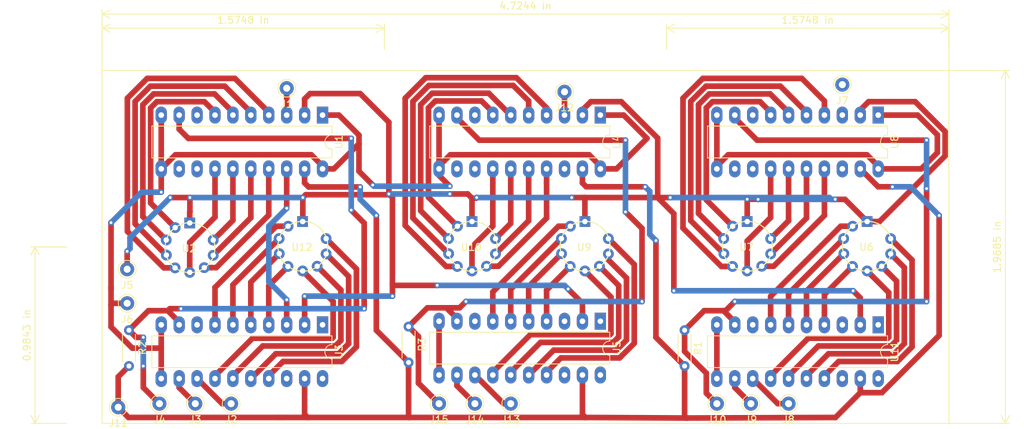
<source format=kicad_pcb>
(kicad_pcb (version 20171130) (host pcbnew 5.1.5-52549c5~86~ubuntu18.04.1)

  (general
    (thickness 1.6)
    (drawings 9)
    (tracks 523)
    (zones 0)
    (modules 30)
    (nets 76)
  )

  (page A4)
  (layers
    (0 F.Cu signal)
    (31 B.Cu signal)
    (32 B.Adhes user)
    (33 F.Adhes user)
    (34 B.Paste user)
    (35 F.Paste user)
    (36 B.SilkS user)
    (37 F.SilkS user)
    (38 B.Mask user)
    (39 F.Mask user)
    (40 Dwgs.User user)
    (41 Cmts.User user)
    (42 Eco1.User user)
    (43 Eco2.User user)
    (44 Edge.Cuts user)
    (45 Margin user)
    (46 B.CrtYd user)
    (47 F.CrtYd user)
    (48 B.Fab user)
    (49 F.Fab user)
  )

  (setup
    (last_trace_width 0.8)
    (trace_clearance 0.3)
    (zone_clearance 0.508)
    (zone_45_only no)
    (trace_min 0.2)
    (via_size 0.8)
    (via_drill 0.4)
    (via_min_size 0.4)
    (via_min_drill 0.3)
    (uvia_size 0.3)
    (uvia_drill 0.1)
    (uvias_allowed no)
    (uvia_min_size 0.2)
    (uvia_min_drill 0.1)
    (edge_width 0.05)
    (segment_width 0.2)
    (pcb_text_width 0.3)
    (pcb_text_size 1.5 1.5)
    (mod_edge_width 0.12)
    (mod_text_size 1 1)
    (mod_text_width 0.15)
    (pad_size 1.524 1.524)
    (pad_drill 0.762)
    (pad_to_mask_clearance 0.051)
    (solder_mask_min_width 0.25)
    (aux_axis_origin 100 130)
    (grid_origin 100 130)
    (visible_elements FFFFFF7F)
    (pcbplotparams
      (layerselection 0x010fc_ffffffff)
      (usegerberextensions false)
      (usegerberattributes false)
      (usegerberadvancedattributes false)
      (creategerberjobfile false)
      (excludeedgelayer true)
      (linewidth 0.100000)
      (plotframeref false)
      (viasonmask false)
      (mode 1)
      (useauxorigin false)
      (hpglpennumber 1)
      (hpglpenspeed 20)
      (hpglpendiameter 15.000000)
      (psnegative false)
      (psa4output false)
      (plotreference true)
      (plotvalue true)
      (plotinvisibletext false)
      (padsonsilk false)
      (subtractmaskfromsilk false)
      (outputformat 1)
      (mirror false)
      (drillshape 1)
      (scaleselection 1)
      (outputdirectory ""))
  )

  (net 0 "")
  (net 1 "Net-(J1-Pad1)")
  (net 2 "Net-(J2-Pad1)")
  (net 3 "Net-(J3-Pad1)")
  (net 4 "Net-(J4-Pad1)")
  (net 5 "Net-(J5-Pad1)")
  (net 6 /pgnd)
  (net 7 "Net-(U1-Pad4)")
  (net 8 "Net-(U1-Pad14)")
  (net 9 "Net-(U1-Pad5)")
  (net 10 "Net-(U1-Pad15)")
  (net 11 "Net-(U1-Pad6)")
  (net 12 "Net-(U1-Pad16)")
  (net 13 "Net-(U1-Pad7)")
  (net 14 "Net-(U1-Pad17)")
  (net 15 "Net-(U1-Pad8)")
  (net 16 "Net-(U1-Pad18)")
  (net 17 "Net-(U3-Pad8)")
  (net 18 "Net-(U3-Pad18)")
  (net 19 "Net-(U4-Pad8)")
  (net 20 "Net-(U4-Pad18)")
  (net 21 "Net-(U5-Pad18)")
  (net 22 "Net-(U5-Pad8)")
  (net 23 "Net-(U5-Pad17)")
  (net 24 "Net-(U5-Pad7)")
  (net 25 "Net-(U5-Pad16)")
  (net 26 "Net-(U5-Pad6)")
  (net 27 "Net-(U5-Pad15)")
  (net 28 "Net-(U5-Pad5)")
  (net 29 "Net-(U5-Pad14)")
  (net 30 "Net-(U5-Pad4)")
  (net 31 "Net-(U7-Pad2)")
  (net 32 "Net-(U7-Pad9)")
  (net 33 "Net-(U7-Pad8)")
  (net 34 "Net-(U7-Pad7)")
  (net 35 "Net-(U7-Pad3)")
  (net 36 "Net-(U7-Pad4)")
  (net 37 "Net-(U7-Pad5)")
  (net 38 "Net-(U7-Pad6)")
  (net 39 "Net-(U8-Pad8)")
  (net 40 "Net-(U10-Pad2)")
  (net 41 "Net-(U10-Pad9)")
  (net 42 "Net-(U10-Pad8)")
  (net 43 "Net-(U10-Pad7)")
  (net 44 "Net-(U10-Pad3)")
  (net 45 "Net-(U10-Pad4)")
  (net 46 "Net-(U10-Pad5)")
  (net 47 "Net-(U10-Pad6)")
  (net 48 "Net-(U11-Pad18)")
  (net 49 "Net-(U11-Pad8)")
  (net 50 "Net-(U11-Pad17)")
  (net 51 "Net-(U11-Pad7)")
  (net 52 "Net-(U11-Pad16)")
  (net 53 "Net-(U11-Pad6)")
  (net 54 "Net-(U11-Pad15)")
  (net 55 "Net-(U11-Pad5)")
  (net 56 "Net-(U11-Pad14)")
  (net 57 "Net-(U11-Pad4)")
  (net 58 "Net-(U11-Pad3)")
  (net 59 "Net-(U12-Pad6)")
  (net 60 "Net-(U12-Pad5)")
  (net 61 "Net-(U12-Pad4)")
  (net 62 "Net-(U12-Pad3)")
  (net 63 "Net-(U12-Pad7)")
  (net 64 "Net-(U12-Pad8)")
  (net 65 "Net-(U12-Pad9)")
  (net 66 "Net-(U12-Pad2)")
  (net 67 "Net-(J7-Pad1)")
  (net 68 "Net-(J8-Pad1)")
  (net 69 "Net-(J9-Pad1)")
  (net 70 "Net-(J10-Pad1)")
  (net 71 /lgnd)
  (net 72 "Net-(J12-Pad1)")
  (net 73 "Net-(J13-Pad1)")
  (net 74 "Net-(J14-Pad1)")
  (net 75 "Net-(J15-Pad1)")

  (net_class Default "This is the default net class."
    (clearance 0.3)
    (trace_width 0.8)
    (via_dia 0.8)
    (via_drill 0.4)
    (uvia_dia 0.3)
    (uvia_drill 0.1)
    (add_net /lgnd)
    (add_net /pgnd)
    (add_net "Net-(J1-Pad1)")
    (add_net "Net-(J10-Pad1)")
    (add_net "Net-(J12-Pad1)")
    (add_net "Net-(J13-Pad1)")
    (add_net "Net-(J14-Pad1)")
    (add_net "Net-(J15-Pad1)")
    (add_net "Net-(J2-Pad1)")
    (add_net "Net-(J3-Pad1)")
    (add_net "Net-(J4-Pad1)")
    (add_net "Net-(J5-Pad1)")
    (add_net "Net-(J7-Pad1)")
    (add_net "Net-(J8-Pad1)")
    (add_net "Net-(J9-Pad1)")
    (add_net "Net-(U1-Pad14)")
    (add_net "Net-(U1-Pad15)")
    (add_net "Net-(U1-Pad16)")
    (add_net "Net-(U1-Pad17)")
    (add_net "Net-(U1-Pad18)")
    (add_net "Net-(U1-Pad4)")
    (add_net "Net-(U1-Pad5)")
    (add_net "Net-(U1-Pad6)")
    (add_net "Net-(U1-Pad7)")
    (add_net "Net-(U1-Pad8)")
    (add_net "Net-(U10-Pad2)")
    (add_net "Net-(U10-Pad3)")
    (add_net "Net-(U10-Pad4)")
    (add_net "Net-(U10-Pad5)")
    (add_net "Net-(U10-Pad6)")
    (add_net "Net-(U10-Pad7)")
    (add_net "Net-(U10-Pad8)")
    (add_net "Net-(U10-Pad9)")
    (add_net "Net-(U11-Pad14)")
    (add_net "Net-(U11-Pad15)")
    (add_net "Net-(U11-Pad16)")
    (add_net "Net-(U11-Pad17)")
    (add_net "Net-(U11-Pad18)")
    (add_net "Net-(U11-Pad3)")
    (add_net "Net-(U11-Pad4)")
    (add_net "Net-(U11-Pad5)")
    (add_net "Net-(U11-Pad6)")
    (add_net "Net-(U11-Pad7)")
    (add_net "Net-(U11-Pad8)")
    (add_net "Net-(U12-Pad2)")
    (add_net "Net-(U12-Pad3)")
    (add_net "Net-(U12-Pad4)")
    (add_net "Net-(U12-Pad5)")
    (add_net "Net-(U12-Pad6)")
    (add_net "Net-(U12-Pad7)")
    (add_net "Net-(U12-Pad8)")
    (add_net "Net-(U12-Pad9)")
    (add_net "Net-(U3-Pad18)")
    (add_net "Net-(U3-Pad8)")
    (add_net "Net-(U4-Pad18)")
    (add_net "Net-(U4-Pad8)")
    (add_net "Net-(U5-Pad14)")
    (add_net "Net-(U5-Pad15)")
    (add_net "Net-(U5-Pad16)")
    (add_net "Net-(U5-Pad17)")
    (add_net "Net-(U5-Pad18)")
    (add_net "Net-(U5-Pad4)")
    (add_net "Net-(U5-Pad5)")
    (add_net "Net-(U5-Pad6)")
    (add_net "Net-(U5-Pad7)")
    (add_net "Net-(U5-Pad8)")
    (add_net "Net-(U7-Pad2)")
    (add_net "Net-(U7-Pad3)")
    (add_net "Net-(U7-Pad4)")
    (add_net "Net-(U7-Pad5)")
    (add_net "Net-(U7-Pad6)")
    (add_net "Net-(U7-Pad7)")
    (add_net "Net-(U7-Pad8)")
    (add_net "Net-(U7-Pad9)")
    (add_net "Net-(U8-Pad8)")
  )

  (net_class "wide default" ""
    (clearance 0.3)
    (trace_width 0.8)
    (via_dia 0.8)
    (via_drill 0.4)
    (uvia_dia 0.3)
    (uvia_drill 0.1)
  )

  (module Resistor_THT:R_Axial_DIN0204_L3.6mm_D1.6mm_P5.08mm_Horizontal (layer F.Cu) (tedit 5AE5139B) (tstamp 5E9B4AF3)
    (at 143.434 116.284 270)
    (descr "Resistor, Axial_DIN0204 series, Axial, Horizontal, pin pitch=5.08mm, 0.167W, length*diameter=3.6*1.6mm^2, http://cdn-reichelt.de/documents/datenblatt/B400/1_4W%23YAG.pdf")
    (tags "Resistor Axial_DIN0204 series Axial Horizontal pin pitch 5.08mm 0.167W length 3.6mm diameter 1.6mm")
    (path /5EDCA514)
    (fp_text reference R3 (at 2.54 -1.92 90) (layer F.SilkS)
      (effects (font (size 1 1) (thickness 0.15)))
    )
    (fp_text value R (at 2.54 1.92 90) (layer F.Fab)
      (effects (font (size 1 1) (thickness 0.15)))
    )
    (fp_line (start 0.74 -0.8) (end 0.74 0.8) (layer F.Fab) (width 0.1))
    (fp_line (start 0.74 0.8) (end 4.34 0.8) (layer F.Fab) (width 0.1))
    (fp_line (start 4.34 0.8) (end 4.34 -0.8) (layer F.Fab) (width 0.1))
    (fp_line (start 4.34 -0.8) (end 0.74 -0.8) (layer F.Fab) (width 0.1))
    (fp_line (start 0 0) (end 0.74 0) (layer F.Fab) (width 0.1))
    (fp_line (start 5.08 0) (end 4.34 0) (layer F.Fab) (width 0.1))
    (fp_line (start 0.62 -0.92) (end 4.46 -0.92) (layer F.SilkS) (width 0.12))
    (fp_line (start 0.62 0.92) (end 4.46 0.92) (layer F.SilkS) (width 0.12))
    (fp_line (start -0.95 -1.05) (end -0.95 1.05) (layer F.CrtYd) (width 0.05))
    (fp_line (start -0.95 1.05) (end 6.03 1.05) (layer F.CrtYd) (width 0.05))
    (fp_line (start 6.03 1.05) (end 6.03 -1.05) (layer F.CrtYd) (width 0.05))
    (fp_line (start 6.03 -1.05) (end -0.95 -1.05) (layer F.CrtYd) (width 0.05))
    (fp_text user %R (at 2.54 0 90) (layer F.Fab)
      (effects (font (size 0.72 0.72) (thickness 0.108)))
    )
    (pad 1 thru_hole circle (at 0 0 270) (size 1.4 1.4) (drill 0.7) (layers *.Cu *.Mask)
      (net 75 "Net-(J15-Pad1)"))
    (pad 2 thru_hole oval (at 5.08 0 270) (size 1.4 1.4) (drill 0.7) (layers *.Cu *.Mask)
      (net 71 /lgnd))
    (model ${KISYS3DMOD}/Resistor_THT.3dshapes/R_Axial_DIN0204_L3.6mm_D1.6mm_P5.08mm_Horizontal.wrl
      (at (xyz 0 0 0))
      (scale (xyz 1 1 1))
      (rotate (xyz 0 0 0))
    )
  )

  (module Connector_Pin:Pin_D1.0mm_L10.0mm (layer F.Cu) (tedit 5A1DC084) (tstamp 5E9AEDF6)
    (at 118.288 127.206)
    (descr "solder Pin_ diameter 1.0mm, hole diameter 1.0mm (press fit), length 10.0mm")
    (tags "solder Pin_ press fit")
    (path /5E9AD935)
    (fp_text reference J2 (at 0 2.25) (layer F.SilkS)
      (effects (font (size 1 1) (thickness 0.15)))
    )
    (fp_text value "serial clk" (at 0 -2.05) (layer F.Fab)
      (effects (font (size 1 1) (thickness 0.15)))
    )
    (fp_circle (center 0 0) (end 1.25 0.05) (layer F.SilkS) (width 0.12))
    (fp_circle (center 0 0) (end 1 0) (layer F.Fab) (width 0.12))
    (fp_circle (center 0 0) (end 0.5 0) (layer F.Fab) (width 0.12))
    (fp_circle (center 0 0) (end 1.5 0) (layer F.CrtYd) (width 0.05))
    (fp_text user %R (at 0 2.25) (layer F.Fab)
      (effects (font (size 1 1) (thickness 0.15)))
    )
    (pad 1 thru_hole circle (at 0 0) (size 2 2) (drill 1) (layers *.Cu *.Mask)
      (net 2 "Net-(J2-Pad1)"))
    (model ${KISYS3DMOD}/Connector_Pin.3dshapes/Pin_D1.0mm_L10.0mm.wrl
      (at (xyz 0 0 0))
      (scale (xyz 1 1 1))
      (rotate (xyz 0 0 0))
    )
  )

  (module Package_DIP:DIP-20_W7.62mm_LongPads (layer F.Cu) (tedit 5A02E8C5) (tstamp 5E9AF4B4)
    (at 131.242 116.03 270)
    (descr "20-lead though-hole mounted DIP package, row spacing 7.62 mm (300 mils), LongPads")
    (tags "THT DIP DIL PDIP 2.54mm 7.62mm 300mil LongPads")
    (path /5E9C7F81)
    (fp_text reference U3 (at 3.81 -2.33 90) (layer F.SilkS)
      (effects (font (size 1 1) (thickness 0.15)))
    )
    (fp_text value TPIC6595 (at 3.81 25.19 90) (layer F.Fab)
      (effects (font (size 1 1) (thickness 0.15)))
    )
    (fp_arc (start 3.81 -1.33) (end 2.81 -1.33) (angle -180) (layer F.SilkS) (width 0.12))
    (fp_line (start 1.635 -1.27) (end 6.985 -1.27) (layer F.Fab) (width 0.1))
    (fp_line (start 6.985 -1.27) (end 6.985 24.13) (layer F.Fab) (width 0.1))
    (fp_line (start 6.985 24.13) (end 0.635 24.13) (layer F.Fab) (width 0.1))
    (fp_line (start 0.635 24.13) (end 0.635 -0.27) (layer F.Fab) (width 0.1))
    (fp_line (start 0.635 -0.27) (end 1.635 -1.27) (layer F.Fab) (width 0.1))
    (fp_line (start 2.81 -1.33) (end 1.56 -1.33) (layer F.SilkS) (width 0.12))
    (fp_line (start 1.56 -1.33) (end 1.56 24.19) (layer F.SilkS) (width 0.12))
    (fp_line (start 1.56 24.19) (end 6.06 24.19) (layer F.SilkS) (width 0.12))
    (fp_line (start 6.06 24.19) (end 6.06 -1.33) (layer F.SilkS) (width 0.12))
    (fp_line (start 6.06 -1.33) (end 4.81 -1.33) (layer F.SilkS) (width 0.12))
    (fp_line (start -1.45 -1.55) (end -1.45 24.4) (layer F.CrtYd) (width 0.05))
    (fp_line (start -1.45 24.4) (end 9.1 24.4) (layer F.CrtYd) (width 0.05))
    (fp_line (start 9.1 24.4) (end 9.1 -1.55) (layer F.CrtYd) (width 0.05))
    (fp_line (start 9.1 -1.55) (end -1.45 -1.55) (layer F.CrtYd) (width 0.05))
    (fp_text user %R (at 3.81 11.43 90) (layer F.Fab)
      (effects (font (size 1 1) (thickness 0.15)))
    )
    (pad 1 thru_hole rect (at 0 0 270) (size 2.4 1.6) (drill 0.8) (layers *.Cu *.Mask)
      (net 6 /pgnd))
    (pad 11 thru_hole oval (at 7.62 22.86 270) (size 2.4 1.6) (drill 0.8) (layers *.Cu *.Mask)
      (net 6 /pgnd))
    (pad 2 thru_hole oval (at 0 2.54 270) (size 2.4 1.6) (drill 0.8) (layers *.Cu *.Mask)
      (net 5 "Net-(J5-Pad1)"))
    (pad 12 thru_hole oval (at 7.62 20.32 270) (size 2.4 1.6) (drill 0.8) (layers *.Cu *.Mask)
      (net 3 "Net-(J3-Pad1)"))
    (pad 3 thru_hole oval (at 0 5.08 270) (size 2.4 1.6) (drill 0.8) (layers *.Cu *.Mask)
      (net 16 "Net-(U1-Pad18)"))
    (pad 13 thru_hole oval (at 7.62 17.78 270) (size 2.4 1.6) (drill 0.8) (layers *.Cu *.Mask)
      (net 2 "Net-(J2-Pad1)"))
    (pad 4 thru_hole oval (at 0 7.62 270) (size 2.4 1.6) (drill 0.8) (layers *.Cu *.Mask)
      (net 60 "Net-(U12-Pad5)"))
    (pad 14 thru_hole oval (at 7.62 15.24 270) (size 2.4 1.6) (drill 0.8) (layers *.Cu *.Mask)
      (net 59 "Net-(U12-Pad6)"))
    (pad 5 thru_hole oval (at 0 10.16 270) (size 2.4 1.6) (drill 0.8) (layers *.Cu *.Mask)
      (net 61 "Net-(U12-Pad4)"))
    (pad 15 thru_hole oval (at 7.62 12.7 270) (size 2.4 1.6) (drill 0.8) (layers *.Cu *.Mask)
      (net 63 "Net-(U12-Pad7)"))
    (pad 6 thru_hole oval (at 0 12.7 270) (size 2.4 1.6) (drill 0.8) (layers *.Cu *.Mask)
      (net 62 "Net-(U12-Pad3)"))
    (pad 16 thru_hole oval (at 7.62 10.16 270) (size 2.4 1.6) (drill 0.8) (layers *.Cu *.Mask)
      (net 64 "Net-(U12-Pad8)"))
    (pad 7 thru_hole oval (at 0 15.24 270) (size 2.4 1.6) (drill 0.8) (layers *.Cu *.Mask)
      (net 66 "Net-(U12-Pad2)"))
    (pad 17 thru_hole oval (at 7.62 7.62 270) (size 2.4 1.6) (drill 0.8) (layers *.Cu *.Mask)
      (net 65 "Net-(U12-Pad9)"))
    (pad 8 thru_hole oval (at 0 17.78 270) (size 2.4 1.6) (drill 0.8) (layers *.Cu *.Mask)
      (net 17 "Net-(U3-Pad8)"))
    (pad 18 thru_hole oval (at 7.62 5.08 270) (size 2.4 1.6) (drill 0.8) (layers *.Cu *.Mask)
      (net 18 "Net-(U3-Pad18)"))
    (pad 9 thru_hole oval (at 0 20.32 270) (size 2.4 1.6) (drill 0.8) (layers *.Cu *.Mask)
      (net 4 "Net-(J4-Pad1)"))
    (pad 19 thru_hole oval (at 7.62 2.54 270) (size 2.4 1.6) (drill 0.8) (layers *.Cu *.Mask)
      (net 71 /lgnd))
    (pad 10 thru_hole oval (at 0 22.86 270) (size 2.4 1.6) (drill 0.8) (layers *.Cu *.Mask)
      (net 6 /pgnd))
    (pad 20 thru_hole oval (at 7.62 0 270) (size 2.4 1.6) (drill 0.8) (layers *.Cu *.Mask)
      (net 6 /pgnd))
    (model ${KISYS3DMOD}/Package_DIP.3dshapes/DIP-20_W7.62mm.wrl
      (at (xyz 0 0 0))
      (scale (xyz 1 1 1))
      (rotate (xyz 0 0 0))
    )
  )

  (module Connector_Pin:Pin_D1.0mm_L10.0mm (layer F.Cu) (tedit 5A1DC084) (tstamp 5E9B1257)
    (at 126.162 82.502)
    (descr "solder Pin_ diameter 1.0mm, hole diameter 1.0mm (press fit), length 10.0mm")
    (tags "solder Pin_ press fit")
    (path /5E9AD6E8)
    (fp_text reference J1 (at 0 2.25) (layer F.SilkS)
      (effects (font (size 1 1) (thickness 0.15)))
    )
    (fp_text value "serial in" (at 0 -2.05) (layer F.Fab)
      (effects (font (size 1 1) (thickness 0.15)))
    )
    (fp_text user %R (at 0 2.25) (layer F.Fab)
      (effects (font (size 1 1) (thickness 0.15)))
    )
    (fp_circle (center 0 0) (end 1.5 0) (layer F.CrtYd) (width 0.05))
    (fp_circle (center 0 0) (end 0.5 0) (layer F.Fab) (width 0.12))
    (fp_circle (center 0 0) (end 1 0) (layer F.Fab) (width 0.12))
    (fp_circle (center 0 0) (end 1.25 0.05) (layer F.SilkS) (width 0.12))
    (pad 1 thru_hole circle (at 0 0) (size 2 2) (drill 1) (layers *.Cu *.Mask)
      (net 1 "Net-(J1-Pad1)"))
    (model ${KISYS3DMOD}/Connector_Pin.3dshapes/Pin_D1.0mm_L10.0mm.wrl
      (at (xyz 0 0 0))
      (scale (xyz 1 1 1))
      (rotate (xyz 0 0 0))
    )
  )

  (module Connector_Pin:Pin_D1.0mm_L10.0mm (layer F.Cu) (tedit 5A1DC084) (tstamp 5E9AEE00)
    (at 113.208 127.206)
    (descr "solder Pin_ diameter 1.0mm, hole diameter 1.0mm (press fit), length 10.0mm")
    (tags "solder Pin_ press fit")
    (path /5E9ADB9D)
    (fp_text reference J3 (at 0 2.25) (layer F.SilkS)
      (effects (font (size 1 1) (thickness 0.15)))
    )
    (fp_text value rclk (at 0 -2.05) (layer F.Fab)
      (effects (font (size 1 1) (thickness 0.15)))
    )
    (fp_text user %R (at 0 2.25) (layer F.Fab)
      (effects (font (size 1 1) (thickness 0.15)))
    )
    (fp_circle (center 0 0) (end 1.5 0) (layer F.CrtYd) (width 0.05))
    (fp_circle (center 0 0) (end 0.5 0) (layer F.Fab) (width 0.12))
    (fp_circle (center 0 0) (end 1 0) (layer F.Fab) (width 0.12))
    (fp_circle (center 0 0) (end 1.25 0.05) (layer F.SilkS) (width 0.12))
    (pad 1 thru_hole circle (at 0 0) (size 2 2) (drill 1) (layers *.Cu *.Mask)
      (net 3 "Net-(J3-Pad1)"))
    (model ${KISYS3DMOD}/Connector_Pin.3dshapes/Pin_D1.0mm_L10.0mm.wrl
      (at (xyz 0 0 0))
      (scale (xyz 1 1 1))
      (rotate (xyz 0 0 0))
    )
  )

  (module Connector_Pin:Pin_D1.0mm_L10.0mm (layer F.Cu) (tedit 5A1DC084) (tstamp 5E9B4281)
    (at 108.128 127.206)
    (descr "solder Pin_ diameter 1.0mm, hole diameter 1.0mm (press fit), length 10.0mm")
    (tags "solder Pin_ press fit")
    (path /5E9BA5F0)
    (fp_text reference J4 (at 0 2.25) (layer F.SilkS)
      (effects (font (size 1 1) (thickness 0.15)))
    )
    (fp_text value enable (at 0 -2.05) (layer F.Fab)
      (effects (font (size 1 1) (thickness 0.15)))
    )
    (fp_circle (center 0 0) (end 1.25 0.05) (layer F.SilkS) (width 0.12))
    (fp_circle (center 0 0) (end 1 0) (layer F.Fab) (width 0.12))
    (fp_circle (center 0 0) (end 0.5 0) (layer F.Fab) (width 0.12))
    (fp_circle (center 0 0) (end 1.5 0) (layer F.CrtYd) (width 0.05))
    (fp_text user %R (at 0 2.25) (layer F.Fab)
      (effects (font (size 1 1) (thickness 0.15)))
    )
    (pad 1 thru_hole circle (at 0 0) (size 2 2) (drill 1) (layers *.Cu *.Mask)
      (net 4 "Net-(J4-Pad1)"))
    (model ${KISYS3DMOD}/Connector_Pin.3dshapes/Pin_D1.0mm_L10.0mm.wrl
      (at (xyz 0 0 0))
      (scale (xyz 1 1 1))
      (rotate (xyz 0 0 0))
    )
  )

  (module Connector_Pin:Pin_D1.0mm_L10.0mm (layer F.Cu) (tedit 5A1DC084) (tstamp 5E9B49AE)
    (at 103.556 108.156)
    (descr "solder Pin_ diameter 1.0mm, hole diameter 1.0mm (press fit), length 10.0mm")
    (tags "solder Pin_ press fit")
    (path /5E9ACDE3)
    (fp_text reference J5 (at 0 2.25) (layer F.SilkS)
      (effects (font (size 1 1) (thickness 0.15)))
    )
    (fp_text value "Vcc in" (at 0 -2.05) (layer F.Fab)
      (effects (font (size 1 1) (thickness 0.15)))
    )
    (fp_text user %R (at 0 2.25) (layer F.Fab)
      (effects (font (size 1 1) (thickness 0.15)))
    )
    (fp_circle (center 0 0) (end 1.5 0) (layer F.CrtYd) (width 0.05))
    (fp_circle (center 0 0) (end 0.5 0) (layer F.Fab) (width 0.12))
    (fp_circle (center 0 0) (end 1 0) (layer F.Fab) (width 0.12))
    (fp_circle (center 0 0) (end 1.25 0.05) (layer F.SilkS) (width 0.12))
    (pad 1 thru_hole circle (at 0 0) (size 2 2) (drill 1) (layers *.Cu *.Mask)
      (net 5 "Net-(J5-Pad1)"))
    (model ${KISYS3DMOD}/Connector_Pin.3dshapes/Pin_D1.0mm_L10.0mm.wrl
      (at (xyz 0 0 0))
      (scale (xyz 1 1 1))
      (rotate (xyz 0 0 0))
    )
  )

  (module Connector_Pin:Pin_D1.0mm_L10.0mm (layer F.Cu) (tedit 5A1DC084) (tstamp 5E9AEE1E)
    (at 103.556 112.982)
    (descr "solder Pin_ diameter 1.0mm, hole diameter 1.0mm (press fit), length 10.0mm")
    (tags "solder Pin_ press fit")
    (path /5E9AD424)
    (fp_text reference J6 (at 0 2.25) (layer F.SilkS)
      (effects (font (size 1 1) (thickness 0.15)))
    )
    (fp_text value "Pwr gnd" (at 0 -2.05) (layer F.Fab)
      (effects (font (size 1 1) (thickness 0.15)))
    )
    (fp_circle (center 0 0) (end 1.25 0.05) (layer F.SilkS) (width 0.12))
    (fp_circle (center 0 0) (end 1 0) (layer F.Fab) (width 0.12))
    (fp_circle (center 0 0) (end 0.5 0) (layer F.Fab) (width 0.12))
    (fp_circle (center 0 0) (end 1.5 0) (layer F.CrtYd) (width 0.05))
    (fp_text user %R (at 0 2.25) (layer F.Fab)
      (effects (font (size 1 1) (thickness 0.15)))
    )
    (pad 1 thru_hole circle (at 0 0) (size 2 2) (drill 1) (layers *.Cu *.Mask)
      (net 6 /pgnd))
    (model ${KISYS3DMOD}/Connector_Pin.3dshapes/Pin_D1.0mm_L10.0mm.wrl
      (at (xyz 0 0 0))
      (scale (xyz 1 1 1))
      (rotate (xyz 0 0 0))
    )
  )

  (module Package_DIP:DIP-20_W7.62mm_LongPads (layer F.Cu) (tedit 5A02E8C5) (tstamp 5E9AEE46)
    (at 131.242 86.312 270)
    (descr "20-lead though-hole mounted DIP package, row spacing 7.62 mm (300 mils), LongPads")
    (tags "THT DIP DIL PDIP 2.54mm 7.62mm 300mil LongPads")
    (path /5E97C241)
    (fp_text reference U1 (at 3.81 -2.33 90) (layer F.SilkS)
      (effects (font (size 1 1) (thickness 0.15)))
    )
    (fp_text value TPIC6595 (at 3.81 25.19 90) (layer F.Fab)
      (effects (font (size 1 1) (thickness 0.15)))
    )
    (fp_arc (start 3.81 -1.33) (end 2.81 -1.33) (angle -180) (layer F.SilkS) (width 0.12))
    (fp_line (start 1.635 -1.27) (end 6.985 -1.27) (layer F.Fab) (width 0.1))
    (fp_line (start 6.985 -1.27) (end 6.985 24.13) (layer F.Fab) (width 0.1))
    (fp_line (start 6.985 24.13) (end 0.635 24.13) (layer F.Fab) (width 0.1))
    (fp_line (start 0.635 24.13) (end 0.635 -0.27) (layer F.Fab) (width 0.1))
    (fp_line (start 0.635 -0.27) (end 1.635 -1.27) (layer F.Fab) (width 0.1))
    (fp_line (start 2.81 -1.33) (end 1.56 -1.33) (layer F.SilkS) (width 0.12))
    (fp_line (start 1.56 -1.33) (end 1.56 24.19) (layer F.SilkS) (width 0.12))
    (fp_line (start 1.56 24.19) (end 6.06 24.19) (layer F.SilkS) (width 0.12))
    (fp_line (start 6.06 24.19) (end 6.06 -1.33) (layer F.SilkS) (width 0.12))
    (fp_line (start 6.06 -1.33) (end 4.81 -1.33) (layer F.SilkS) (width 0.12))
    (fp_line (start -1.45 -1.55) (end -1.45 24.4) (layer F.CrtYd) (width 0.05))
    (fp_line (start -1.45 24.4) (end 9.1 24.4) (layer F.CrtYd) (width 0.05))
    (fp_line (start 9.1 24.4) (end 9.1 -1.55) (layer F.CrtYd) (width 0.05))
    (fp_line (start 9.1 -1.55) (end -1.45 -1.55) (layer F.CrtYd) (width 0.05))
    (fp_text user %R (at 3.81 11.43 90) (layer F.Fab)
      (effects (font (size 1 1) (thickness 0.15)))
    )
    (pad 1 thru_hole rect (at 0 0 270) (size 2.4 1.6) (drill 0.8) (layers *.Cu *.Mask)
      (net 6 /pgnd))
    (pad 11 thru_hole oval (at 7.62 22.86 270) (size 2.4 1.6) (drill 0.8) (layers *.Cu *.Mask)
      (net 6 /pgnd))
    (pad 2 thru_hole oval (at 0 2.54 270) (size 2.4 1.6) (drill 0.8) (layers *.Cu *.Mask)
      (net 5 "Net-(J5-Pad1)"))
    (pad 12 thru_hole oval (at 7.62 20.32 270) (size 2.4 1.6) (drill 0.8) (layers *.Cu *.Mask)
      (net 3 "Net-(J3-Pad1)"))
    (pad 3 thru_hole oval (at 0 5.08 270) (size 2.4 1.6) (drill 0.8) (layers *.Cu *.Mask)
      (net 1 "Net-(J1-Pad1)"))
    (pad 13 thru_hole oval (at 7.62 17.78 270) (size 2.4 1.6) (drill 0.8) (layers *.Cu *.Mask)
      (net 2 "Net-(J2-Pad1)"))
    (pad 4 thru_hole oval (at 0 7.62 270) (size 2.4 1.6) (drill 0.8) (layers *.Cu *.Mask)
      (net 7 "Net-(U1-Pad4)"))
    (pad 14 thru_hole oval (at 7.62 15.24 270) (size 2.4 1.6) (drill 0.8) (layers *.Cu *.Mask)
      (net 8 "Net-(U1-Pad14)"))
    (pad 5 thru_hole oval (at 0 10.16 270) (size 2.4 1.6) (drill 0.8) (layers *.Cu *.Mask)
      (net 9 "Net-(U1-Pad5)"))
    (pad 15 thru_hole oval (at 7.62 12.7 270) (size 2.4 1.6) (drill 0.8) (layers *.Cu *.Mask)
      (net 10 "Net-(U1-Pad15)"))
    (pad 6 thru_hole oval (at 0 12.7 270) (size 2.4 1.6) (drill 0.8) (layers *.Cu *.Mask)
      (net 11 "Net-(U1-Pad6)"))
    (pad 16 thru_hole oval (at 7.62 10.16 270) (size 2.4 1.6) (drill 0.8) (layers *.Cu *.Mask)
      (net 12 "Net-(U1-Pad16)"))
    (pad 7 thru_hole oval (at 0 15.24 270) (size 2.4 1.6) (drill 0.8) (layers *.Cu *.Mask)
      (net 13 "Net-(U1-Pad7)"))
    (pad 17 thru_hole oval (at 7.62 7.62 270) (size 2.4 1.6) (drill 0.8) (layers *.Cu *.Mask)
      (net 14 "Net-(U1-Pad17)"))
    (pad 8 thru_hole oval (at 0 17.78 270) (size 2.4 1.6) (drill 0.8) (layers *.Cu *.Mask)
      (net 15 "Net-(U1-Pad8)"))
    (pad 18 thru_hole oval (at 7.62 5.08 270) (size 2.4 1.6) (drill 0.8) (layers *.Cu *.Mask)
      (net 16 "Net-(U1-Pad18)"))
    (pad 9 thru_hole oval (at 0 20.32 270) (size 2.4 1.6) (drill 0.8) (layers *.Cu *.Mask)
      (net 4 "Net-(J4-Pad1)"))
    (pad 19 thru_hole oval (at 7.62 2.54 270) (size 2.4 1.6) (drill 0.8) (layers *.Cu *.Mask)
      (net 71 /lgnd))
    (pad 10 thru_hole oval (at 0 22.86 270) (size 2.4 1.6) (drill 0.8) (layers *.Cu *.Mask)
      (net 6 /pgnd))
    (pad 20 thru_hole oval (at 7.62 0 270) (size 2.4 1.6) (drill 0.8) (layers *.Cu *.Mask)
      (net 6 /pgnd))
    (model ${KISYS3DMOD}/Package_DIP.3dshapes/DIP-20_W7.62mm.wrl
      (at (xyz 0 0 0))
      (scale (xyz 1 1 1))
      (rotate (xyz 0 0 0))
    )
  )

  (module "Display:numitron iv-9" (layer F.Cu) (tedit 5E9A9626) (tstamp 5E9AFCF7)
    (at 112 105.2)
    (path /5E97B8A8)
    (fp_text reference U2 (at 0.32 0.04 180) (layer F.SilkS)
      (effects (font (size 1 1) (thickness 0.15)))
    )
    (fp_text value Numitron_IV-9 (at 0.1 -5.68) (layer F.Fab)
      (effects (font (size 1 1) (thickness 0.15)))
    )
    (fp_circle (center 0.455533 -0.1) (end -3.044467 -0.6) (layer F.SilkS) (width 0.15))
    (pad 1 thru_hole rect (at 0.42 -3.6 270) (size 1.524 1.524) (drill 0.762) (layers *.Cu *.Mask)
      (net 5 "Net-(J5-Pad1)"))
    (pad 6 thru_hole circle (at 0.42 3.4 270) (size 1.524 1.524) (drill 0.762) (layers *.Cu *.Mask)
      (net 8 "Net-(U1-Pad14)"))
    (pad 5 thru_hole circle (at -1.66 2.76 270) (size 1.524 1.524) (drill 0.762) (layers *.Cu *.Mask)
      (net 7 "Net-(U1-Pad4)"))
    (pad 4 thru_hole circle (at -2.89 0.95 270) (size 1.524 1.524) (drill 0.762) (layers *.Cu *.Mask)
      (net 9 "Net-(U1-Pad5)"))
    (pad 3 thru_hole circle (at -2.91 -1.19 270) (size 1.524 1.524) (drill 0.762) (layers *.Cu *.Mask)
      (net 11 "Net-(U1-Pad6)"))
    (pad 7 thru_hole circle (at 2.48 2.73 270) (size 1.524 1.524) (drill 0.762) (layers *.Cu *.Mask)
      (net 14 "Net-(U1-Pad17)"))
    (pad 8 thru_hole circle (at 3.75 0.98 270) (size 1.524 1.524) (drill 0.762) (layers *.Cu *.Mask)
      (net 12 "Net-(U1-Pad16)"))
    (pad 9 thru_hole circle (at 3.75 -1.18 270) (size 1.524 1.524) (drill 0.762) (layers *.Cu *.Mask)
      (net 10 "Net-(U1-Pad15)"))
    (pad 2 thru_hole circle (at -1.64 -2.94 270) (size 1.524 1.524) (drill 0.762) (layers *.Cu *.Mask)
      (net 13 "Net-(U1-Pad7)"))
  )

  (module Package_DIP:DIP-20_W7.62mm_LongPads (layer F.Cu) (tedit 5A02E8C5) (tstamp 5E9AF4DC)
    (at 170.612 86.312 270)
    (descr "20-lead though-hole mounted DIP package, row spacing 7.62 mm (300 mils), LongPads")
    (tags "THT DIP DIL PDIP 2.54mm 7.62mm 300mil LongPads")
    (path /5E9C63F8)
    (fp_text reference U4 (at 3.81 -2.33 90) (layer F.SilkS)
      (effects (font (size 1 1) (thickness 0.15)))
    )
    (fp_text value TPIC6595 (at 3.81 25.19 90) (layer F.Fab)
      (effects (font (size 1 1) (thickness 0.15)))
    )
    (fp_arc (start 3.81 -1.33) (end 2.81 -1.33) (angle -180) (layer F.SilkS) (width 0.12))
    (fp_line (start 1.635 -1.27) (end 6.985 -1.27) (layer F.Fab) (width 0.1))
    (fp_line (start 6.985 -1.27) (end 6.985 24.13) (layer F.Fab) (width 0.1))
    (fp_line (start 6.985 24.13) (end 0.635 24.13) (layer F.Fab) (width 0.1))
    (fp_line (start 0.635 24.13) (end 0.635 -0.27) (layer F.Fab) (width 0.1))
    (fp_line (start 0.635 -0.27) (end 1.635 -1.27) (layer F.Fab) (width 0.1))
    (fp_line (start 2.81 -1.33) (end 1.56 -1.33) (layer F.SilkS) (width 0.12))
    (fp_line (start 1.56 -1.33) (end 1.56 24.19) (layer F.SilkS) (width 0.12))
    (fp_line (start 1.56 24.19) (end 6.06 24.19) (layer F.SilkS) (width 0.12))
    (fp_line (start 6.06 24.19) (end 6.06 -1.33) (layer F.SilkS) (width 0.12))
    (fp_line (start 6.06 -1.33) (end 4.81 -1.33) (layer F.SilkS) (width 0.12))
    (fp_line (start -1.45 -1.55) (end -1.45 24.4) (layer F.CrtYd) (width 0.05))
    (fp_line (start -1.45 24.4) (end 9.1 24.4) (layer F.CrtYd) (width 0.05))
    (fp_line (start 9.1 24.4) (end 9.1 -1.55) (layer F.CrtYd) (width 0.05))
    (fp_line (start 9.1 -1.55) (end -1.45 -1.55) (layer F.CrtYd) (width 0.05))
    (fp_text user %R (at 3.81 11.43 90) (layer F.Fab)
      (effects (font (size 1 1) (thickness 0.15)))
    )
    (pad 1 thru_hole rect (at 0 0 270) (size 2.4 1.6) (drill 0.8) (layers *.Cu *.Mask)
      (net 6 /pgnd))
    (pad 11 thru_hole oval (at 7.62 22.86 270) (size 2.4 1.6) (drill 0.8) (layers *.Cu *.Mask)
      (net 6 /pgnd))
    (pad 2 thru_hole oval (at 0 2.54 270) (size 2.4 1.6) (drill 0.8) (layers *.Cu *.Mask)
      (net 5 "Net-(J5-Pad1)"))
    (pad 12 thru_hole oval (at 7.62 20.32 270) (size 2.4 1.6) (drill 0.8) (layers *.Cu *.Mask)
      (net 74 "Net-(J14-Pad1)"))
    (pad 3 thru_hole oval (at 0 5.08 270) (size 2.4 1.6) (drill 0.8) (layers *.Cu *.Mask)
      (net 72 "Net-(J12-Pad1)"))
    (pad 13 thru_hole oval (at 7.62 17.78 270) (size 2.4 1.6) (drill 0.8) (layers *.Cu *.Mask)
      (net 73 "Net-(J13-Pad1)"))
    (pad 4 thru_hole oval (at 0 7.62 270) (size 2.4 1.6) (drill 0.8) (layers *.Cu *.Mask)
      (net 46 "Net-(U10-Pad5)"))
    (pad 14 thru_hole oval (at 7.62 15.24 270) (size 2.4 1.6) (drill 0.8) (layers *.Cu *.Mask)
      (net 47 "Net-(U10-Pad6)"))
    (pad 5 thru_hole oval (at 0 10.16 270) (size 2.4 1.6) (drill 0.8) (layers *.Cu *.Mask)
      (net 45 "Net-(U10-Pad4)"))
    (pad 15 thru_hole oval (at 7.62 12.7 270) (size 2.4 1.6) (drill 0.8) (layers *.Cu *.Mask)
      (net 41 "Net-(U10-Pad9)"))
    (pad 6 thru_hole oval (at 0 12.7 270) (size 2.4 1.6) (drill 0.8) (layers *.Cu *.Mask)
      (net 44 "Net-(U10-Pad3)"))
    (pad 16 thru_hole oval (at 7.62 10.16 270) (size 2.4 1.6) (drill 0.8) (layers *.Cu *.Mask)
      (net 42 "Net-(U10-Pad8)"))
    (pad 7 thru_hole oval (at 0 15.24 270) (size 2.4 1.6) (drill 0.8) (layers *.Cu *.Mask)
      (net 40 "Net-(U10-Pad2)"))
    (pad 17 thru_hole oval (at 7.62 7.62 270) (size 2.4 1.6) (drill 0.8) (layers *.Cu *.Mask)
      (net 43 "Net-(U10-Pad7)"))
    (pad 8 thru_hole oval (at 0 17.78 270) (size 2.4 1.6) (drill 0.8) (layers *.Cu *.Mask)
      (net 19 "Net-(U4-Pad8)"))
    (pad 18 thru_hole oval (at 7.62 5.08 270) (size 2.4 1.6) (drill 0.8) (layers *.Cu *.Mask)
      (net 20 "Net-(U4-Pad18)"))
    (pad 9 thru_hole oval (at 0 20.32 270) (size 2.4 1.6) (drill 0.8) (layers *.Cu *.Mask)
      (net 75 "Net-(J15-Pad1)"))
    (pad 19 thru_hole oval (at 7.62 2.54 270) (size 2.4 1.6) (drill 0.8) (layers *.Cu *.Mask)
      (net 71 /lgnd))
    (pad 10 thru_hole oval (at 0 22.86 270) (size 2.4 1.6) (drill 0.8) (layers *.Cu *.Mask)
      (net 6 /pgnd))
    (pad 20 thru_hole oval (at 7.62 0 270) (size 2.4 1.6) (drill 0.8) (layers *.Cu *.Mask)
      (net 6 /pgnd))
    (model ${KISYS3DMOD}/Package_DIP.3dshapes/DIP-20_W7.62mm.wrl
      (at (xyz 0 0 0))
      (scale (xyz 1 1 1))
      (rotate (xyz 0 0 0))
    )
  )

  (module Package_DIP:DIP-20_W7.62mm_LongPads (layer F.Cu) (tedit 5A02E8C5) (tstamp 5E9AF504)
    (at 170.612 115.522 270)
    (descr "20-lead though-hole mounted DIP package, row spacing 7.62 mm (300 mils), LongPads")
    (tags "THT DIP DIL PDIP 2.54mm 7.62mm 300mil LongPads")
    (path /5E9C6CAE)
    (fp_text reference U5 (at 3.81 -2.33 90) (layer F.SilkS)
      (effects (font (size 1 1) (thickness 0.15)))
    )
    (fp_text value TPIC6595 (at 3.81 25.19 90) (layer F.Fab)
      (effects (font (size 1 1) (thickness 0.15)))
    )
    (fp_text user %R (at 3.81 11.43 90) (layer F.Fab)
      (effects (font (size 1 1) (thickness 0.15)))
    )
    (fp_line (start 9.1 -1.55) (end -1.45 -1.55) (layer F.CrtYd) (width 0.05))
    (fp_line (start 9.1 24.4) (end 9.1 -1.55) (layer F.CrtYd) (width 0.05))
    (fp_line (start -1.45 24.4) (end 9.1 24.4) (layer F.CrtYd) (width 0.05))
    (fp_line (start -1.45 -1.55) (end -1.45 24.4) (layer F.CrtYd) (width 0.05))
    (fp_line (start 6.06 -1.33) (end 4.81 -1.33) (layer F.SilkS) (width 0.12))
    (fp_line (start 6.06 24.19) (end 6.06 -1.33) (layer F.SilkS) (width 0.12))
    (fp_line (start 1.56 24.19) (end 6.06 24.19) (layer F.SilkS) (width 0.12))
    (fp_line (start 1.56 -1.33) (end 1.56 24.19) (layer F.SilkS) (width 0.12))
    (fp_line (start 2.81 -1.33) (end 1.56 -1.33) (layer F.SilkS) (width 0.12))
    (fp_line (start 0.635 -0.27) (end 1.635 -1.27) (layer F.Fab) (width 0.1))
    (fp_line (start 0.635 24.13) (end 0.635 -0.27) (layer F.Fab) (width 0.1))
    (fp_line (start 6.985 24.13) (end 0.635 24.13) (layer F.Fab) (width 0.1))
    (fp_line (start 6.985 -1.27) (end 6.985 24.13) (layer F.Fab) (width 0.1))
    (fp_line (start 1.635 -1.27) (end 6.985 -1.27) (layer F.Fab) (width 0.1))
    (fp_arc (start 3.81 -1.33) (end 2.81 -1.33) (angle -180) (layer F.SilkS) (width 0.12))
    (pad 20 thru_hole oval (at 7.62 0 270) (size 2.4 1.6) (drill 0.8) (layers *.Cu *.Mask)
      (net 6 /pgnd))
    (pad 10 thru_hole oval (at 0 22.86 270) (size 2.4 1.6) (drill 0.8) (layers *.Cu *.Mask)
      (net 6 /pgnd))
    (pad 19 thru_hole oval (at 7.62 2.54 270) (size 2.4 1.6) (drill 0.8) (layers *.Cu *.Mask)
      (net 71 /lgnd))
    (pad 9 thru_hole oval (at 0 20.32 270) (size 2.4 1.6) (drill 0.8) (layers *.Cu *.Mask)
      (net 75 "Net-(J15-Pad1)"))
    (pad 18 thru_hole oval (at 7.62 5.08 270) (size 2.4 1.6) (drill 0.8) (layers *.Cu *.Mask)
      (net 21 "Net-(U5-Pad18)"))
    (pad 8 thru_hole oval (at 0 17.78 270) (size 2.4 1.6) (drill 0.8) (layers *.Cu *.Mask)
      (net 22 "Net-(U5-Pad8)"))
    (pad 17 thru_hole oval (at 7.62 7.62 270) (size 2.4 1.6) (drill 0.8) (layers *.Cu *.Mask)
      (net 23 "Net-(U5-Pad17)"))
    (pad 7 thru_hole oval (at 0 15.24 270) (size 2.4 1.6) (drill 0.8) (layers *.Cu *.Mask)
      (net 24 "Net-(U5-Pad7)"))
    (pad 16 thru_hole oval (at 7.62 10.16 270) (size 2.4 1.6) (drill 0.8) (layers *.Cu *.Mask)
      (net 25 "Net-(U5-Pad16)"))
    (pad 6 thru_hole oval (at 0 12.7 270) (size 2.4 1.6) (drill 0.8) (layers *.Cu *.Mask)
      (net 26 "Net-(U5-Pad6)"))
    (pad 15 thru_hole oval (at 7.62 12.7 270) (size 2.4 1.6) (drill 0.8) (layers *.Cu *.Mask)
      (net 27 "Net-(U5-Pad15)"))
    (pad 5 thru_hole oval (at 0 10.16 270) (size 2.4 1.6) (drill 0.8) (layers *.Cu *.Mask)
      (net 28 "Net-(U5-Pad5)"))
    (pad 14 thru_hole oval (at 7.62 15.24 270) (size 2.4 1.6) (drill 0.8) (layers *.Cu *.Mask)
      (net 29 "Net-(U5-Pad14)"))
    (pad 4 thru_hole oval (at 0 7.62 270) (size 2.4 1.6) (drill 0.8) (layers *.Cu *.Mask)
      (net 30 "Net-(U5-Pad4)"))
    (pad 13 thru_hole oval (at 7.62 17.78 270) (size 2.4 1.6) (drill 0.8) (layers *.Cu *.Mask)
      (net 73 "Net-(J13-Pad1)"))
    (pad 3 thru_hole oval (at 0 5.08 270) (size 2.4 1.6) (drill 0.8) (layers *.Cu *.Mask)
      (net 20 "Net-(U4-Pad18)"))
    (pad 12 thru_hole oval (at 7.62 20.32 270) (size 2.4 1.6) (drill 0.8) (layers *.Cu *.Mask)
      (net 74 "Net-(J14-Pad1)"))
    (pad 2 thru_hole oval (at 0 2.54 270) (size 2.4 1.6) (drill 0.8) (layers *.Cu *.Mask)
      (net 5 "Net-(J5-Pad1)"))
    (pad 11 thru_hole oval (at 7.62 22.86 270) (size 2.4 1.6) (drill 0.8) (layers *.Cu *.Mask)
      (net 6 /pgnd))
    (pad 1 thru_hole rect (at 0 0 270) (size 2.4 1.6) (drill 0.8) (layers *.Cu *.Mask)
      (net 6 /pgnd))
    (model ${KISYS3DMOD}/Package_DIP.3dshapes/DIP-20_W7.62mm.wrl
      (at (xyz 0 0 0))
      (scale (xyz 1 1 1))
      (rotate (xyz 0 0 0))
    )
  )

  (module "Display:numitron iv-9" (layer F.Cu) (tedit 5E9A9626) (tstamp 5E9AF512)
    (at 208 105)
    (path /5E9C4704)
    (fp_text reference U6 (at 0.32 0.04 180) (layer F.SilkS)
      (effects (font (size 1 1) (thickness 0.15)))
    )
    (fp_text value Numitron_IV-9 (at 0.1 -5.68) (layer F.Fab)
      (effects (font (size 1 1) (thickness 0.15)))
    )
    (fp_circle (center 0.455533 -0.1) (end -3.044467 -0.6) (layer F.SilkS) (width 0.15))
    (pad 1 thru_hole rect (at 0.42 -3.6 270) (size 1.524 1.524) (drill 0.762) (layers *.Cu *.Mask)
      (net 5 "Net-(J5-Pad1)"))
    (pad 6 thru_hole circle (at 0.42 3.4 270) (size 1.524 1.524) (drill 0.762) (layers *.Cu *.Mask)
      (net 56 "Net-(U11-Pad14)"))
    (pad 5 thru_hole circle (at -1.66 2.76 270) (size 1.524 1.524) (drill 0.762) (layers *.Cu *.Mask)
      (net 57 "Net-(U11-Pad4)"))
    (pad 4 thru_hole circle (at -2.89 0.95 270) (size 1.524 1.524) (drill 0.762) (layers *.Cu *.Mask)
      (net 55 "Net-(U11-Pad5)"))
    (pad 3 thru_hole circle (at -2.91 -1.19 270) (size 1.524 1.524) (drill 0.762) (layers *.Cu *.Mask)
      (net 53 "Net-(U11-Pad6)"))
    (pad 7 thru_hole circle (at 2.48 2.73 270) (size 1.524 1.524) (drill 0.762) (layers *.Cu *.Mask)
      (net 54 "Net-(U11-Pad15)"))
    (pad 8 thru_hole circle (at 3.75 0.98 270) (size 1.524 1.524) (drill 0.762) (layers *.Cu *.Mask)
      (net 52 "Net-(U11-Pad16)"))
    (pad 9 thru_hole circle (at 3.75 -1.18 270) (size 1.524 1.524) (drill 0.762) (layers *.Cu *.Mask)
      (net 50 "Net-(U11-Pad17)"))
    (pad 2 thru_hole circle (at -1.64 -2.94 270) (size 1.524 1.524) (drill 0.762) (layers *.Cu *.Mask)
      (net 51 "Net-(U11-Pad7)"))
  )

  (module "Display:numitron iv-9" (layer F.Cu) (tedit 5E9A9626) (tstamp 5E9AF520)
    (at 191 105)
    (path /5E9C4AF0)
    (fp_text reference U7 (at 0.32 0.04 180) (layer F.SilkS)
      (effects (font (size 1 1) (thickness 0.15)))
    )
    (fp_text value Numitron_IV-9 (at 0.1 -5.68) (layer F.Fab)
      (effects (font (size 1 1) (thickness 0.15)))
    )
    (fp_circle (center 0.455533 -0.1) (end -3.044467 -0.6) (layer F.SilkS) (width 0.15))
    (pad 2 thru_hole circle (at -1.64 -2.94 270) (size 1.524 1.524) (drill 0.762) (layers *.Cu *.Mask)
      (net 31 "Net-(U7-Pad2)"))
    (pad 9 thru_hole circle (at 3.75 -1.18 270) (size 1.524 1.524) (drill 0.762) (layers *.Cu *.Mask)
      (net 32 "Net-(U7-Pad9)"))
    (pad 8 thru_hole circle (at 3.75 0.98 270) (size 1.524 1.524) (drill 0.762) (layers *.Cu *.Mask)
      (net 33 "Net-(U7-Pad8)"))
    (pad 7 thru_hole circle (at 2.48 2.73 270) (size 1.524 1.524) (drill 0.762) (layers *.Cu *.Mask)
      (net 34 "Net-(U7-Pad7)"))
    (pad 3 thru_hole circle (at -2.91 -1.19 270) (size 1.524 1.524) (drill 0.762) (layers *.Cu *.Mask)
      (net 35 "Net-(U7-Pad3)"))
    (pad 4 thru_hole circle (at -2.89 0.95 270) (size 1.524 1.524) (drill 0.762) (layers *.Cu *.Mask)
      (net 36 "Net-(U7-Pad4)"))
    (pad 5 thru_hole circle (at -1.66 2.76 270) (size 1.524 1.524) (drill 0.762) (layers *.Cu *.Mask)
      (net 37 "Net-(U7-Pad5)"))
    (pad 6 thru_hole circle (at 0.42 3.4 270) (size 1.524 1.524) (drill 0.762) (layers *.Cu *.Mask)
      (net 38 "Net-(U7-Pad6)"))
    (pad 1 thru_hole rect (at 0.42 -3.6 270) (size 1.524 1.524) (drill 0.762) (layers *.Cu *.Mask)
      (net 5 "Net-(J5-Pad1)"))
  )

  (module Package_DIP:DIP-20_W7.62mm_LongPads (layer F.Cu) (tedit 5A02E8C5) (tstamp 5E9AF548)
    (at 209.982 86.312 270)
    (descr "20-lead though-hole mounted DIP package, row spacing 7.62 mm (300 mils), LongPads")
    (tags "THT DIP DIL PDIP 2.54mm 7.62mm 300mil LongPads")
    (path /5E9C73EA)
    (fp_text reference U8 (at 3.81 -2.33 90) (layer F.SilkS)
      (effects (font (size 1 1) (thickness 0.15)))
    )
    (fp_text value TPIC6595 (at 3.81 25.19 90) (layer F.Fab)
      (effects (font (size 1 1) (thickness 0.15)))
    )
    (fp_arc (start 3.81 -1.33) (end 2.81 -1.33) (angle -180) (layer F.SilkS) (width 0.12))
    (fp_line (start 1.635 -1.27) (end 6.985 -1.27) (layer F.Fab) (width 0.1))
    (fp_line (start 6.985 -1.27) (end 6.985 24.13) (layer F.Fab) (width 0.1))
    (fp_line (start 6.985 24.13) (end 0.635 24.13) (layer F.Fab) (width 0.1))
    (fp_line (start 0.635 24.13) (end 0.635 -0.27) (layer F.Fab) (width 0.1))
    (fp_line (start 0.635 -0.27) (end 1.635 -1.27) (layer F.Fab) (width 0.1))
    (fp_line (start 2.81 -1.33) (end 1.56 -1.33) (layer F.SilkS) (width 0.12))
    (fp_line (start 1.56 -1.33) (end 1.56 24.19) (layer F.SilkS) (width 0.12))
    (fp_line (start 1.56 24.19) (end 6.06 24.19) (layer F.SilkS) (width 0.12))
    (fp_line (start 6.06 24.19) (end 6.06 -1.33) (layer F.SilkS) (width 0.12))
    (fp_line (start 6.06 -1.33) (end 4.81 -1.33) (layer F.SilkS) (width 0.12))
    (fp_line (start -1.45 -1.55) (end -1.45 24.4) (layer F.CrtYd) (width 0.05))
    (fp_line (start -1.45 24.4) (end 9.1 24.4) (layer F.CrtYd) (width 0.05))
    (fp_line (start 9.1 24.4) (end 9.1 -1.55) (layer F.CrtYd) (width 0.05))
    (fp_line (start 9.1 -1.55) (end -1.45 -1.55) (layer F.CrtYd) (width 0.05))
    (fp_text user %R (at 3.81 11.43 90) (layer F.Fab)
      (effects (font (size 1 1) (thickness 0.15)))
    )
    (pad 1 thru_hole rect (at 0 0 270) (size 2.4 1.6) (drill 0.8) (layers *.Cu *.Mask)
      (net 6 /pgnd))
    (pad 11 thru_hole oval (at 7.62 22.86 270) (size 2.4 1.6) (drill 0.8) (layers *.Cu *.Mask)
      (net 6 /pgnd))
    (pad 2 thru_hole oval (at 0 2.54 270) (size 2.4 1.6) (drill 0.8) (layers *.Cu *.Mask)
      (net 5 "Net-(J5-Pad1)"))
    (pad 12 thru_hole oval (at 7.62 20.32 270) (size 2.4 1.6) (drill 0.8) (layers *.Cu *.Mask)
      (net 69 "Net-(J9-Pad1)"))
    (pad 3 thru_hole oval (at 0 5.08 270) (size 2.4 1.6) (drill 0.8) (layers *.Cu *.Mask)
      (net 67 "Net-(J7-Pad1)"))
    (pad 13 thru_hole oval (at 7.62 17.78 270) (size 2.4 1.6) (drill 0.8) (layers *.Cu *.Mask)
      (net 68 "Net-(J8-Pad1)"))
    (pad 4 thru_hole oval (at 0 7.62 270) (size 2.4 1.6) (drill 0.8) (layers *.Cu *.Mask)
      (net 37 "Net-(U7-Pad5)"))
    (pad 14 thru_hole oval (at 7.62 15.24 270) (size 2.4 1.6) (drill 0.8) (layers *.Cu *.Mask)
      (net 38 "Net-(U7-Pad6)"))
    (pad 5 thru_hole oval (at 0 10.16 270) (size 2.4 1.6) (drill 0.8) (layers *.Cu *.Mask)
      (net 36 "Net-(U7-Pad4)"))
    (pad 15 thru_hole oval (at 7.62 12.7 270) (size 2.4 1.6) (drill 0.8) (layers *.Cu *.Mask)
      (net 32 "Net-(U7-Pad9)"))
    (pad 6 thru_hole oval (at 0 12.7 270) (size 2.4 1.6) (drill 0.8) (layers *.Cu *.Mask)
      (net 35 "Net-(U7-Pad3)"))
    (pad 16 thru_hole oval (at 7.62 10.16 270) (size 2.4 1.6) (drill 0.8) (layers *.Cu *.Mask)
      (net 33 "Net-(U7-Pad8)"))
    (pad 7 thru_hole oval (at 0 15.24 270) (size 2.4 1.6) (drill 0.8) (layers *.Cu *.Mask)
      (net 31 "Net-(U7-Pad2)"))
    (pad 17 thru_hole oval (at 7.62 7.62 270) (size 2.4 1.6) (drill 0.8) (layers *.Cu *.Mask)
      (net 34 "Net-(U7-Pad7)"))
    (pad 8 thru_hole oval (at 0 17.78 270) (size 2.4 1.6) (drill 0.8) (layers *.Cu *.Mask)
      (net 39 "Net-(U8-Pad8)"))
    (pad 18 thru_hole oval (at 7.62 5.08 270) (size 2.4 1.6) (drill 0.8) (layers *.Cu *.Mask)
      (net 58 "Net-(U11-Pad3)"))
    (pad 9 thru_hole oval (at 0 20.32 270) (size 2.4 1.6) (drill 0.8) (layers *.Cu *.Mask)
      (net 70 "Net-(J10-Pad1)"))
    (pad 19 thru_hole oval (at 7.62 2.54 270) (size 2.4 1.6) (drill 0.8) (layers *.Cu *.Mask)
      (net 71 /lgnd))
    (pad 10 thru_hole oval (at 0 22.86 270) (size 2.4 1.6) (drill 0.8) (layers *.Cu *.Mask)
      (net 6 /pgnd))
    (pad 20 thru_hole oval (at 7.62 0 270) (size 2.4 1.6) (drill 0.8) (layers *.Cu *.Mask)
      (net 6 /pgnd))
    (model ${KISYS3DMOD}/Package_DIP.3dshapes/DIP-20_W7.62mm.wrl
      (at (xyz 0 0 0))
      (scale (xyz 1 1 1))
      (rotate (xyz 0 0 0))
    )
  )

  (module "Display:numitron iv-9" (layer F.Cu) (tedit 5E9A9626) (tstamp 5E9AF556)
    (at 168 105)
    (path /5E9C51B9)
    (fp_text reference U9 (at 0.32 0.04 180) (layer F.SilkS)
      (effects (font (size 1 1) (thickness 0.15)))
    )
    (fp_text value Numitron_IV-9 (at 0.1 -5.68) (layer F.Fab)
      (effects (font (size 1 1) (thickness 0.15)))
    )
    (fp_circle (center 0.455533 -0.1) (end -3.044467 -0.6) (layer F.SilkS) (width 0.15))
    (pad 1 thru_hole rect (at 0.42 -3.6 270) (size 1.524 1.524) (drill 0.762) (layers *.Cu *.Mask)
      (net 5 "Net-(J5-Pad1)"))
    (pad 6 thru_hole circle (at 0.42 3.4 270) (size 1.524 1.524) (drill 0.762) (layers *.Cu *.Mask)
      (net 29 "Net-(U5-Pad14)"))
    (pad 5 thru_hole circle (at -1.66 2.76 270) (size 1.524 1.524) (drill 0.762) (layers *.Cu *.Mask)
      (net 30 "Net-(U5-Pad4)"))
    (pad 4 thru_hole circle (at -2.89 0.95 270) (size 1.524 1.524) (drill 0.762) (layers *.Cu *.Mask)
      (net 28 "Net-(U5-Pad5)"))
    (pad 3 thru_hole circle (at -2.91 -1.19 270) (size 1.524 1.524) (drill 0.762) (layers *.Cu *.Mask)
      (net 26 "Net-(U5-Pad6)"))
    (pad 7 thru_hole circle (at 2.48 2.73 270) (size 1.524 1.524) (drill 0.762) (layers *.Cu *.Mask)
      (net 27 "Net-(U5-Pad15)"))
    (pad 8 thru_hole circle (at 3.75 0.98 270) (size 1.524 1.524) (drill 0.762) (layers *.Cu *.Mask)
      (net 25 "Net-(U5-Pad16)"))
    (pad 9 thru_hole circle (at 3.75 -1.18 270) (size 1.524 1.524) (drill 0.762) (layers *.Cu *.Mask)
      (net 23 "Net-(U5-Pad17)"))
    (pad 2 thru_hole circle (at -1.64 -2.94 270) (size 1.524 1.524) (drill 0.762) (layers *.Cu *.Mask)
      (net 24 "Net-(U5-Pad7)"))
  )

  (module "Display:numitron iv-9" (layer F.Cu) (tedit 5E9A9626) (tstamp 5E9AF564)
    (at 152 105)
    (path /5E9C5918)
    (fp_text reference U10 (at 0.32 0.04 180) (layer F.SilkS)
      (effects (font (size 1 1) (thickness 0.15)))
    )
    (fp_text value Numitron_IV-9 (at 0.1 -5.68) (layer F.Fab)
      (effects (font (size 1 1) (thickness 0.15)))
    )
    (fp_circle (center 0.455533 -0.1) (end -3.044467 -0.6) (layer F.SilkS) (width 0.15))
    (pad 2 thru_hole circle (at -1.64 -2.94 270) (size 1.524 1.524) (drill 0.762) (layers *.Cu *.Mask)
      (net 40 "Net-(U10-Pad2)"))
    (pad 9 thru_hole circle (at 3.75 -1.18 270) (size 1.524 1.524) (drill 0.762) (layers *.Cu *.Mask)
      (net 41 "Net-(U10-Pad9)"))
    (pad 8 thru_hole circle (at 3.75 0.98 270) (size 1.524 1.524) (drill 0.762) (layers *.Cu *.Mask)
      (net 42 "Net-(U10-Pad8)"))
    (pad 7 thru_hole circle (at 2.48 2.73 270) (size 1.524 1.524) (drill 0.762) (layers *.Cu *.Mask)
      (net 43 "Net-(U10-Pad7)"))
    (pad 3 thru_hole circle (at -2.91 -1.19 270) (size 1.524 1.524) (drill 0.762) (layers *.Cu *.Mask)
      (net 44 "Net-(U10-Pad3)"))
    (pad 4 thru_hole circle (at -2.89 0.95 270) (size 1.524 1.524) (drill 0.762) (layers *.Cu *.Mask)
      (net 45 "Net-(U10-Pad4)"))
    (pad 5 thru_hole circle (at -1.66 2.76 270) (size 1.524 1.524) (drill 0.762) (layers *.Cu *.Mask)
      (net 46 "Net-(U10-Pad5)"))
    (pad 6 thru_hole circle (at 0.42 3.4 270) (size 1.524 1.524) (drill 0.762) (layers *.Cu *.Mask)
      (net 47 "Net-(U10-Pad6)"))
    (pad 1 thru_hole rect (at 0.42 -3.6 270) (size 1.524 1.524) (drill 0.762) (layers *.Cu *.Mask)
      (net 5 "Net-(J5-Pad1)"))
  )

  (module Package_DIP:DIP-20_W7.62mm_LongPads (layer F.Cu) (tedit 5A02E8C5) (tstamp 5E9AF58C)
    (at 209.982 116.03 270)
    (descr "20-lead though-hole mounted DIP package, row spacing 7.62 mm (300 mils), LongPads")
    (tags "THT DIP DIL PDIP 2.54mm 7.62mm 300mil LongPads")
    (path /5E9C795C)
    (fp_text reference U11 (at 3.81 -2.33 90) (layer F.SilkS)
      (effects (font (size 1 1) (thickness 0.15)))
    )
    (fp_text value TPIC6595 (at 3.81 25.19 90) (layer F.Fab)
      (effects (font (size 1 1) (thickness 0.15)))
    )
    (fp_text user %R (at 3.81 11.43 90) (layer F.Fab)
      (effects (font (size 1 1) (thickness 0.15)))
    )
    (fp_line (start 9.1 -1.55) (end -1.45 -1.55) (layer F.CrtYd) (width 0.05))
    (fp_line (start 9.1 24.4) (end 9.1 -1.55) (layer F.CrtYd) (width 0.05))
    (fp_line (start -1.45 24.4) (end 9.1 24.4) (layer F.CrtYd) (width 0.05))
    (fp_line (start -1.45 -1.55) (end -1.45 24.4) (layer F.CrtYd) (width 0.05))
    (fp_line (start 6.06 -1.33) (end 4.81 -1.33) (layer F.SilkS) (width 0.12))
    (fp_line (start 6.06 24.19) (end 6.06 -1.33) (layer F.SilkS) (width 0.12))
    (fp_line (start 1.56 24.19) (end 6.06 24.19) (layer F.SilkS) (width 0.12))
    (fp_line (start 1.56 -1.33) (end 1.56 24.19) (layer F.SilkS) (width 0.12))
    (fp_line (start 2.81 -1.33) (end 1.56 -1.33) (layer F.SilkS) (width 0.12))
    (fp_line (start 0.635 -0.27) (end 1.635 -1.27) (layer F.Fab) (width 0.1))
    (fp_line (start 0.635 24.13) (end 0.635 -0.27) (layer F.Fab) (width 0.1))
    (fp_line (start 6.985 24.13) (end 0.635 24.13) (layer F.Fab) (width 0.1))
    (fp_line (start 6.985 -1.27) (end 6.985 24.13) (layer F.Fab) (width 0.1))
    (fp_line (start 1.635 -1.27) (end 6.985 -1.27) (layer F.Fab) (width 0.1))
    (fp_arc (start 3.81 -1.33) (end 2.81 -1.33) (angle -180) (layer F.SilkS) (width 0.12))
    (pad 20 thru_hole oval (at 7.62 0 270) (size 2.4 1.6) (drill 0.8) (layers *.Cu *.Mask)
      (net 6 /pgnd))
    (pad 10 thru_hole oval (at 0 22.86 270) (size 2.4 1.6) (drill 0.8) (layers *.Cu *.Mask)
      (net 6 /pgnd))
    (pad 19 thru_hole oval (at 7.62 2.54 270) (size 2.4 1.6) (drill 0.8) (layers *.Cu *.Mask)
      (net 71 /lgnd))
    (pad 9 thru_hole oval (at 0 20.32 270) (size 2.4 1.6) (drill 0.8) (layers *.Cu *.Mask)
      (net 70 "Net-(J10-Pad1)"))
    (pad 18 thru_hole oval (at 7.62 5.08 270) (size 2.4 1.6) (drill 0.8) (layers *.Cu *.Mask)
      (net 48 "Net-(U11-Pad18)"))
    (pad 8 thru_hole oval (at 0 17.78 270) (size 2.4 1.6) (drill 0.8) (layers *.Cu *.Mask)
      (net 49 "Net-(U11-Pad8)"))
    (pad 17 thru_hole oval (at 7.62 7.62 270) (size 2.4 1.6) (drill 0.8) (layers *.Cu *.Mask)
      (net 50 "Net-(U11-Pad17)"))
    (pad 7 thru_hole oval (at 0 15.24 270) (size 2.4 1.6) (drill 0.8) (layers *.Cu *.Mask)
      (net 51 "Net-(U11-Pad7)"))
    (pad 16 thru_hole oval (at 7.62 10.16 270) (size 2.4 1.6) (drill 0.8) (layers *.Cu *.Mask)
      (net 52 "Net-(U11-Pad16)"))
    (pad 6 thru_hole oval (at 0 12.7 270) (size 2.4 1.6) (drill 0.8) (layers *.Cu *.Mask)
      (net 53 "Net-(U11-Pad6)"))
    (pad 15 thru_hole oval (at 7.62 12.7 270) (size 2.4 1.6) (drill 0.8) (layers *.Cu *.Mask)
      (net 54 "Net-(U11-Pad15)"))
    (pad 5 thru_hole oval (at 0 10.16 270) (size 2.4 1.6) (drill 0.8) (layers *.Cu *.Mask)
      (net 55 "Net-(U11-Pad5)"))
    (pad 14 thru_hole oval (at 7.62 15.24 270) (size 2.4 1.6) (drill 0.8) (layers *.Cu *.Mask)
      (net 56 "Net-(U11-Pad14)"))
    (pad 4 thru_hole oval (at 0 7.62 270) (size 2.4 1.6) (drill 0.8) (layers *.Cu *.Mask)
      (net 57 "Net-(U11-Pad4)"))
    (pad 13 thru_hole oval (at 7.62 17.78 270) (size 2.4 1.6) (drill 0.8) (layers *.Cu *.Mask)
      (net 68 "Net-(J8-Pad1)"))
    (pad 3 thru_hole oval (at 0 5.08 270) (size 2.4 1.6) (drill 0.8) (layers *.Cu *.Mask)
      (net 58 "Net-(U11-Pad3)"))
    (pad 12 thru_hole oval (at 7.62 20.32 270) (size 2.4 1.6) (drill 0.8) (layers *.Cu *.Mask)
      (net 69 "Net-(J9-Pad1)"))
    (pad 2 thru_hole oval (at 0 2.54 270) (size 2.4 1.6) (drill 0.8) (layers *.Cu *.Mask)
      (net 5 "Net-(J5-Pad1)"))
    (pad 11 thru_hole oval (at 7.62 22.86 270) (size 2.4 1.6) (drill 0.8) (layers *.Cu *.Mask)
      (net 6 /pgnd))
    (pad 1 thru_hole rect (at 0 0 270) (size 2.4 1.6) (drill 0.8) (layers *.Cu *.Mask)
      (net 6 /pgnd))
    (model ${KISYS3DMOD}/Package_DIP.3dshapes/DIP-20_W7.62mm.wrl
      (at (xyz 0 0 0))
      (scale (xyz 1 1 1))
      (rotate (xyz 0 0 0))
    )
  )

  (module "Display:numitron iv-9" (layer F.Cu) (tedit 5E9A9626) (tstamp 5E9AFDED)
    (at 128 105)
    (path /5E9C5ED6)
    (fp_text reference U12 (at 0.32 0.04 180) (layer F.SilkS)
      (effects (font (size 1 1) (thickness 0.15)))
    )
    (fp_text value Numitron_IV-9 (at 0.1 -5.68) (layer F.Fab)
      (effects (font (size 1 1) (thickness 0.15)))
    )
    (fp_circle (center 0.455533 -0.1) (end -3.044467 -0.6) (layer F.SilkS) (width 0.15))
    (pad 1 thru_hole rect (at 0.42 -3.6 270) (size 1.524 1.524) (drill 0.762) (layers *.Cu *.Mask)
      (net 5 "Net-(J5-Pad1)"))
    (pad 6 thru_hole circle (at 0.42 3.4 270) (size 1.524 1.524) (drill 0.762) (layers *.Cu *.Mask)
      (net 59 "Net-(U12-Pad6)"))
    (pad 5 thru_hole circle (at -1.66 2.76 270) (size 1.524 1.524) (drill 0.762) (layers *.Cu *.Mask)
      (net 60 "Net-(U12-Pad5)"))
    (pad 4 thru_hole circle (at -2.89 0.95 270) (size 1.524 1.524) (drill 0.762) (layers *.Cu *.Mask)
      (net 61 "Net-(U12-Pad4)"))
    (pad 3 thru_hole circle (at -2.91 -1.19 270) (size 1.524 1.524) (drill 0.762) (layers *.Cu *.Mask)
      (net 62 "Net-(U12-Pad3)"))
    (pad 7 thru_hole circle (at 2.48 2.73 270) (size 1.524 1.524) (drill 0.762) (layers *.Cu *.Mask)
      (net 63 "Net-(U12-Pad7)"))
    (pad 8 thru_hole circle (at 3.75 0.98 270) (size 1.524 1.524) (drill 0.762) (layers *.Cu *.Mask)
      (net 64 "Net-(U12-Pad8)"))
    (pad 9 thru_hole circle (at 3.75 -1.18 270) (size 1.524 1.524) (drill 0.762) (layers *.Cu *.Mask)
      (net 65 "Net-(U12-Pad9)"))
    (pad 2 thru_hole circle (at -1.64 -2.94 270) (size 1.524 1.524) (drill 0.762) (layers *.Cu *.Mask)
      (net 66 "Net-(U12-Pad2)"))
  )

  (module Connector_Pin:Pin_D1.0mm_L10.0mm (layer F.Cu) (tedit 5A1DC084) (tstamp 5E9B4061)
    (at 204.902 81.994)
    (descr "solder Pin_ diameter 1.0mm, hole diameter 1.0mm (press fit), length 10.0mm")
    (tags "solder Pin_ press fit")
    (path /5ECA670F)
    (fp_text reference J7 (at 0 2.25) (layer F.SilkS)
      (effects (font (size 1 1) (thickness 0.15)))
    )
    (fp_text value "ser in 3" (at 0 -2.05) (layer F.Fab)
      (effects (font (size 1 1) (thickness 0.15)))
    )
    (fp_text user %R (at 0 2.25) (layer F.Fab)
      (effects (font (size 1 1) (thickness 0.15)))
    )
    (fp_circle (center 0 0) (end 1.5 0) (layer F.CrtYd) (width 0.05))
    (fp_circle (center 0 0) (end 0.5 0) (layer F.Fab) (width 0.12))
    (fp_circle (center 0 0) (end 1 0) (layer F.Fab) (width 0.12))
    (fp_circle (center 0 0) (end 1.25 0.05) (layer F.SilkS) (width 0.12))
    (pad 1 thru_hole circle (at 0 0) (size 2 2) (drill 1) (layers *.Cu *.Mask)
      (net 67 "Net-(J7-Pad1)"))
    (model ${KISYS3DMOD}/Connector_Pin.3dshapes/Pin_D1.0mm_L10.0mm.wrl
      (at (xyz 0 0 0))
      (scale (xyz 1 1 1))
      (rotate (xyz 0 0 0))
    )
  )

  (module Connector_Pin:Pin_D1.0mm_L10.0mm (layer F.Cu) (tedit 5A1DC084) (tstamp 5E9B406B)
    (at 197.282 127.206)
    (descr "solder Pin_ diameter 1.0mm, hole diameter 1.0mm (press fit), length 10.0mm")
    (tags "solder Pin_ press fit")
    (path /5ECA80AD)
    (fp_text reference J8 (at 0 2.25) (layer F.SilkS)
      (effects (font (size 1 1) (thickness 0.15)))
    )
    (fp_text value "srck 3" (at 0 -2.05) (layer F.Fab)
      (effects (font (size 1 1) (thickness 0.15)))
    )
    (fp_circle (center 0 0) (end 1.25 0.05) (layer F.SilkS) (width 0.12))
    (fp_circle (center 0 0) (end 1 0) (layer F.Fab) (width 0.12))
    (fp_circle (center 0 0) (end 0.5 0) (layer F.Fab) (width 0.12))
    (fp_circle (center 0 0) (end 1.5 0) (layer F.CrtYd) (width 0.05))
    (fp_text user %R (at 0 2.25) (layer F.Fab)
      (effects (font (size 1 1) (thickness 0.15)))
    )
    (pad 1 thru_hole circle (at 0 0) (size 2 2) (drill 1) (layers *.Cu *.Mask)
      (net 68 "Net-(J8-Pad1)"))
    (model ${KISYS3DMOD}/Connector_Pin.3dshapes/Pin_D1.0mm_L10.0mm.wrl
      (at (xyz 0 0 0))
      (scale (xyz 1 1 1))
      (rotate (xyz 0 0 0))
    )
  )

  (module Connector_Pin:Pin_D1.0mm_L10.0mm (layer F.Cu) (tedit 5A1DC084) (tstamp 5E9B4075)
    (at 191.948 127.206)
    (descr "solder Pin_ diameter 1.0mm, hole diameter 1.0mm (press fit), length 10.0mm")
    (tags "solder Pin_ press fit")
    (path /5ECA8466)
    (fp_text reference J9 (at 0 2.25) (layer F.SilkS)
      (effects (font (size 1 1) (thickness 0.15)))
    )
    (fp_text value "rclk 3" (at 0 -2.05) (layer F.Fab)
      (effects (font (size 1 1) (thickness 0.15)))
    )
    (fp_text user %R (at 0 2.25) (layer F.Fab)
      (effects (font (size 1 1) (thickness 0.15)))
    )
    (fp_circle (center 0 0) (end 1.5 0) (layer F.CrtYd) (width 0.05))
    (fp_circle (center 0 0) (end 0.5 0) (layer F.Fab) (width 0.12))
    (fp_circle (center 0 0) (end 1 0) (layer F.Fab) (width 0.12))
    (fp_circle (center 0 0) (end 1.25 0.05) (layer F.SilkS) (width 0.12))
    (pad 1 thru_hole circle (at 0 0) (size 2 2) (drill 1) (layers *.Cu *.Mask)
      (net 69 "Net-(J9-Pad1)"))
    (model ${KISYS3DMOD}/Connector_Pin.3dshapes/Pin_D1.0mm_L10.0mm.wrl
      (at (xyz 0 0 0))
      (scale (xyz 1 1 1))
      (rotate (xyz 0 0 0))
    )
  )

  (module Connector_Pin:Pin_D1.0mm_L10.0mm (layer F.Cu) (tedit 5A1DC084) (tstamp 5E9B4588)
    (at 187.122 127.206)
    (descr "solder Pin_ diameter 1.0mm, hole diameter 1.0mm (press fit), length 10.0mm")
    (tags "solder Pin_ press fit")
    (path /5ECA887D)
    (fp_text reference J10 (at 0 2.25) (layer F.SilkS)
      (effects (font (size 1 1) (thickness 0.15)))
    )
    (fp_text value "enable 3" (at 0 -2.05) (layer F.Fab)
      (effects (font (size 1 1) (thickness 0.15)))
    )
    (fp_circle (center 0 0) (end 1.25 0.05) (layer F.SilkS) (width 0.12))
    (fp_circle (center 0 0) (end 1 0) (layer F.Fab) (width 0.12))
    (fp_circle (center 0 0) (end 0.5 0) (layer F.Fab) (width 0.12))
    (fp_circle (center 0 0) (end 1.5 0) (layer F.CrtYd) (width 0.05))
    (fp_text user %R (at 0 2.25) (layer F.Fab)
      (effects (font (size 1 1) (thickness 0.15)))
    )
    (pad 1 thru_hole circle (at 0 0) (size 2 2) (drill 1) (layers *.Cu *.Mask)
      (net 70 "Net-(J10-Pad1)"))
    (model ${KISYS3DMOD}/Connector_Pin.3dshapes/Pin_D1.0mm_L10.0mm.wrl
      (at (xyz 0 0 0))
      (scale (xyz 1 1 1))
      (rotate (xyz 0 0 0))
    )
  )

  (module Connector_Pin:Pin_D1.0mm_L10.0mm (layer F.Cu) (tedit 5A1DC084) (tstamp 5E9B4089)
    (at 102.286 127.714)
    (descr "solder Pin_ diameter 1.0mm, hole diameter 1.0mm (press fit), length 10.0mm")
    (tags "solder Pin_ press fit")
    (path /5EC87B1B)
    (fp_text reference J11 (at 0 2.25) (layer F.SilkS)
      (effects (font (size 1 1) (thickness 0.15)))
    )
    (fp_text value "logic gnd" (at 0 -2.05) (layer F.Fab)
      (effects (font (size 1 1) (thickness 0.15)))
    )
    (fp_text user %R (at 0 2.25) (layer F.Fab)
      (effects (font (size 1 1) (thickness 0.15)))
    )
    (fp_circle (center 0 0) (end 1.5 0) (layer F.CrtYd) (width 0.05))
    (fp_circle (center 0 0) (end 0.5 0) (layer F.Fab) (width 0.12))
    (fp_circle (center 0 0) (end 1 0) (layer F.Fab) (width 0.12))
    (fp_circle (center 0 0) (end 1.25 0.05) (layer F.SilkS) (width 0.12))
    (pad 1 thru_hole circle (at 0 0) (size 2 2) (drill 1) (layers *.Cu *.Mask)
      (net 71 /lgnd))
    (model ${KISYS3DMOD}/Connector_Pin.3dshapes/Pin_D1.0mm_L10.0mm.wrl
      (at (xyz 0 0 0))
      (scale (xyz 1 1 1))
      (rotate (xyz 0 0 0))
    )
  )

  (module Connector_Pin:Pin_D1.0mm_L10.0mm (layer F.Cu) (tedit 5A1DC084) (tstamp 5E9B4093)
    (at 165.532 83.01)
    (descr "solder Pin_ diameter 1.0mm, hole diameter 1.0mm (press fit), length 10.0mm")
    (tags "solder Pin_ press fit")
    (path /5ECA53FA)
    (fp_text reference J12 (at 0 2.25) (layer F.SilkS)
      (effects (font (size 1 1) (thickness 0.15)))
    )
    (fp_text value "ser in 2" (at 0 -2.05) (layer F.Fab)
      (effects (font (size 1 1) (thickness 0.15)))
    )
    (fp_circle (center 0 0) (end 1.25 0.05) (layer F.SilkS) (width 0.12))
    (fp_circle (center 0 0) (end 1 0) (layer F.Fab) (width 0.12))
    (fp_circle (center 0 0) (end 0.5 0) (layer F.Fab) (width 0.12))
    (fp_circle (center 0 0) (end 1.5 0) (layer F.CrtYd) (width 0.05))
    (fp_text user %R (at 0 2.25) (layer F.Fab)
      (effects (font (size 1 1) (thickness 0.15)))
    )
    (pad 1 thru_hole circle (at 0 0) (size 2 2) (drill 1) (layers *.Cu *.Mask)
      (net 72 "Net-(J12-Pad1)"))
    (model ${KISYS3DMOD}/Connector_Pin.3dshapes/Pin_D1.0mm_L10.0mm.wrl
      (at (xyz 0 0 0))
      (scale (xyz 1 1 1))
      (rotate (xyz 0 0 0))
    )
  )

  (module Connector_Pin:Pin_D1.0mm_L10.0mm (layer F.Cu) (tedit 5A1DC084) (tstamp 5E9B409D)
    (at 157.912 127.206)
    (descr "solder Pin_ diameter 1.0mm, hole diameter 1.0mm (press fit), length 10.0mm")
    (tags "solder Pin_ press fit")
    (path /5ECA5A53)
    (fp_text reference J13 (at 0 2.25) (layer F.SilkS)
      (effects (font (size 1 1) (thickness 0.15)))
    )
    (fp_text value "srck 2" (at 0 -2.05) (layer F.Fab)
      (effects (font (size 1 1) (thickness 0.15)))
    )
    (fp_text user %R (at 0 2.25) (layer F.Fab)
      (effects (font (size 1 1) (thickness 0.15)))
    )
    (fp_circle (center 0 0) (end 1.5 0) (layer F.CrtYd) (width 0.05))
    (fp_circle (center 0 0) (end 0.5 0) (layer F.Fab) (width 0.12))
    (fp_circle (center 0 0) (end 1 0) (layer F.Fab) (width 0.12))
    (fp_circle (center 0 0) (end 1.25 0.05) (layer F.SilkS) (width 0.12))
    (pad 1 thru_hole circle (at 0 0) (size 2 2) (drill 1) (layers *.Cu *.Mask)
      (net 73 "Net-(J13-Pad1)"))
    (model ${KISYS3DMOD}/Connector_Pin.3dshapes/Pin_D1.0mm_L10.0mm.wrl
      (at (xyz 0 0 0))
      (scale (xyz 1 1 1))
      (rotate (xyz 0 0 0))
    )
  )

  (module Connector_Pin:Pin_D1.0mm_L10.0mm (layer F.Cu) (tedit 5A1DC084) (tstamp 5E9B40A7)
    (at 152.832 127.206)
    (descr "solder Pin_ diameter 1.0mm, hole diameter 1.0mm (press fit), length 10.0mm")
    (tags "solder Pin_ press fit")
    (path /5ECA5E75)
    (fp_text reference J14 (at 0 2.25) (layer F.SilkS)
      (effects (font (size 1 1) (thickness 0.15)))
    )
    (fp_text value "rclk 2" (at 0 -2.05) (layer F.Fab)
      (effects (font (size 1 1) (thickness 0.15)))
    )
    (fp_text user %R (at 0 2.25) (layer F.Fab)
      (effects (font (size 1 1) (thickness 0.15)))
    )
    (fp_circle (center 0 0) (end 1.5 0) (layer F.CrtYd) (width 0.05))
    (fp_circle (center 0 0) (end 0.5 0) (layer F.Fab) (width 0.12))
    (fp_circle (center 0 0) (end 1 0) (layer F.Fab) (width 0.12))
    (fp_circle (center 0 0) (end 1.25 0.05) (layer F.SilkS) (width 0.12))
    (pad 1 thru_hole circle (at 0 0) (size 2 2) (drill 1) (layers *.Cu *.Mask)
      (net 74 "Net-(J14-Pad1)"))
    (model ${KISYS3DMOD}/Connector_Pin.3dshapes/Pin_D1.0mm_L10.0mm.wrl
      (at (xyz 0 0 0))
      (scale (xyz 1 1 1))
      (rotate (xyz 0 0 0))
    )
  )

  (module Connector_Pin:Pin_D1.0mm_L10.0mm (layer F.Cu) (tedit 5A1DC084) (tstamp 5E9B40B1)
    (at 147.752 127.206)
    (descr "solder Pin_ diameter 1.0mm, hole diameter 1.0mm (press fit), length 10.0mm")
    (tags "solder Pin_ press fit")
    (path /5ECA63C0)
    (fp_text reference J15 (at 0 2.25) (layer F.SilkS)
      (effects (font (size 1 1) (thickness 0.15)))
    )
    (fp_text value "enable 2" (at 0 -2.05) (layer F.Fab)
      (effects (font (size 1 1) (thickness 0.15)))
    )
    (fp_circle (center 0 0) (end 1.25 0.05) (layer F.SilkS) (width 0.12))
    (fp_circle (center 0 0) (end 1 0) (layer F.Fab) (width 0.12))
    (fp_circle (center 0 0) (end 0.5 0) (layer F.Fab) (width 0.12))
    (fp_circle (center 0 0) (end 1.5 0) (layer F.CrtYd) (width 0.05))
    (fp_text user %R (at 0 2.25) (layer F.Fab)
      (effects (font (size 1 1) (thickness 0.15)))
    )
    (pad 1 thru_hole circle (at 0 0) (size 2 2) (drill 1) (layers *.Cu *.Mask)
      (net 75 "Net-(J15-Pad1)"))
    (model ${KISYS3DMOD}/Connector_Pin.3dshapes/Pin_D1.0mm_L10.0mm.wrl
      (at (xyz 0 0 0))
      (scale (xyz 1 1 1))
      (rotate (xyz 0 0 0))
    )
  )

  (module Resistor_THT:R_Axial_DIN0204_L3.6mm_D1.6mm_P5.08mm_Horizontal (layer F.Cu) (tedit 5AE5139B) (tstamp 5E9B40C4)
    (at 182.55 116.792 270)
    (descr "Resistor, Axial_DIN0204 series, Axial, Horizontal, pin pitch=5.08mm, 0.167W, length*diameter=3.6*1.6mm^2, http://cdn-reichelt.de/documents/datenblatt/B400/1_4W%23YAG.pdf")
    (tags "Resistor Axial_DIN0204 series Axial Horizontal pin pitch 5.08mm 0.167W length 3.6mm diameter 1.6mm")
    (path /5ED8F14B)
    (fp_text reference R1 (at 2.54 -1.92 90) (layer F.SilkS)
      (effects (font (size 1 1) (thickness 0.15)))
    )
    (fp_text value R (at 2.54 1.92 90) (layer F.Fab)
      (effects (font (size 1 1) (thickness 0.15)))
    )
    (fp_line (start 0.74 -0.8) (end 0.74 0.8) (layer F.Fab) (width 0.1))
    (fp_line (start 0.74 0.8) (end 4.34 0.8) (layer F.Fab) (width 0.1))
    (fp_line (start 4.34 0.8) (end 4.34 -0.8) (layer F.Fab) (width 0.1))
    (fp_line (start 4.34 -0.8) (end 0.74 -0.8) (layer F.Fab) (width 0.1))
    (fp_line (start 0 0) (end 0.74 0) (layer F.Fab) (width 0.1))
    (fp_line (start 5.08 0) (end 4.34 0) (layer F.Fab) (width 0.1))
    (fp_line (start 0.62 -0.92) (end 4.46 -0.92) (layer F.SilkS) (width 0.12))
    (fp_line (start 0.62 0.92) (end 4.46 0.92) (layer F.SilkS) (width 0.12))
    (fp_line (start -0.95 -1.05) (end -0.95 1.05) (layer F.CrtYd) (width 0.05))
    (fp_line (start -0.95 1.05) (end 6.03 1.05) (layer F.CrtYd) (width 0.05))
    (fp_line (start 6.03 1.05) (end 6.03 -1.05) (layer F.CrtYd) (width 0.05))
    (fp_line (start 6.03 -1.05) (end -0.95 -1.05) (layer F.CrtYd) (width 0.05))
    (fp_text user %R (at 2.54 0 90) (layer F.Fab)
      (effects (font (size 0.72 0.72) (thickness 0.108)))
    )
    (pad 1 thru_hole circle (at 0 0 270) (size 1.4 1.4) (drill 0.7) (layers *.Cu *.Mask)
      (net 70 "Net-(J10-Pad1)"))
    (pad 2 thru_hole oval (at 5.08 0 270) (size 1.4 1.4) (drill 0.7) (layers *.Cu *.Mask)
      (net 71 /lgnd))
    (model ${KISYS3DMOD}/Resistor_THT.3dshapes/R_Axial_DIN0204_L3.6mm_D1.6mm_P5.08mm_Horizontal.wrl
      (at (xyz 0 0 0))
      (scale (xyz 1 1 1))
      (rotate (xyz 0 0 0))
    )
  )

  (module Resistor_THT:R_Axial_DIN0204_L3.6mm_D1.6mm_P5.08mm_Horizontal (layer F.Cu) (tedit 5AE5139B) (tstamp 5E9B40D7)
    (at 103.81 116.792 270)
    (descr "Resistor, Axial_DIN0204 series, Axial, Horizontal, pin pitch=5.08mm, 0.167W, length*diameter=3.6*1.6mm^2, http://cdn-reichelt.de/documents/datenblatt/B400/1_4W%23YAG.pdf")
    (tags "Resistor Axial_DIN0204 series Axial Horizontal pin pitch 5.08mm 0.167W length 3.6mm diameter 1.6mm")
    (path /5EDA4047)
    (fp_text reference R2 (at 2.54 -1.92 90) (layer F.SilkS)
      (effects (font (size 1 1) (thickness 0.15)))
    )
    (fp_text value R (at 2.54 1.92 90) (layer F.Fab)
      (effects (font (size 1 1) (thickness 0.15)))
    )
    (fp_text user %R (at 2.54 0 90) (layer F.Fab)
      (effects (font (size 0.72 0.72) (thickness 0.108)))
    )
    (fp_line (start 6.03 -1.05) (end -0.95 -1.05) (layer F.CrtYd) (width 0.05))
    (fp_line (start 6.03 1.05) (end 6.03 -1.05) (layer F.CrtYd) (width 0.05))
    (fp_line (start -0.95 1.05) (end 6.03 1.05) (layer F.CrtYd) (width 0.05))
    (fp_line (start -0.95 -1.05) (end -0.95 1.05) (layer F.CrtYd) (width 0.05))
    (fp_line (start 0.62 0.92) (end 4.46 0.92) (layer F.SilkS) (width 0.12))
    (fp_line (start 0.62 -0.92) (end 4.46 -0.92) (layer F.SilkS) (width 0.12))
    (fp_line (start 5.08 0) (end 4.34 0) (layer F.Fab) (width 0.1))
    (fp_line (start 0 0) (end 0.74 0) (layer F.Fab) (width 0.1))
    (fp_line (start 4.34 -0.8) (end 0.74 -0.8) (layer F.Fab) (width 0.1))
    (fp_line (start 4.34 0.8) (end 4.34 -0.8) (layer F.Fab) (width 0.1))
    (fp_line (start 0.74 0.8) (end 4.34 0.8) (layer F.Fab) (width 0.1))
    (fp_line (start 0.74 -0.8) (end 0.74 0.8) (layer F.Fab) (width 0.1))
    (pad 2 thru_hole oval (at 5.08 0 270) (size 1.4 1.4) (drill 0.7) (layers *.Cu *.Mask)
      (net 71 /lgnd))
    (pad 1 thru_hole circle (at 0 0 270) (size 1.4 1.4) (drill 0.7) (layers *.Cu *.Mask)
      (net 4 "Net-(J4-Pad1)"))
    (model ${KISYS3DMOD}/Resistor_THT.3dshapes/R_Axial_DIN0204_L3.6mm_D1.6mm_P5.08mm_Horizontal.wrl
      (at (xyz 0 0 0))
      (scale (xyz 1 1 1))
      (rotate (xyz 0 0 0))
    )
  )

  (dimension 25 (width 0.12) (layer F.SilkS)
    (gr_text "25,000 mm" (at 89.23 117.5 90) (layer F.SilkS)
      (effects (font (size 1 1) (thickness 0.15)))
    )
    (feature1 (pts (xy 95 105) (xy 89.913579 105)))
    (feature2 (pts (xy 95 130) (xy 89.913579 130)))
    (crossbar (pts (xy 90.5 130) (xy 90.5 105)))
    (arrow1a (pts (xy 90.5 105) (xy 91.086421 106.126504)))
    (arrow1b (pts (xy 90.5 105) (xy 89.913579 106.126504)))
    (arrow2a (pts (xy 90.5 130) (xy 91.086421 128.873496)))
    (arrow2b (pts (xy 90.5 130) (xy 89.913579 128.873496)))
  )
  (dimension 40 (width 0.12) (layer F.SilkS)
    (gr_text "40,000 mm" (at 200 72.73) (layer F.SilkS)
      (effects (font (size 1 1) (thickness 0.15)))
    )
    (feature1 (pts (xy 180 77) (xy 180 73.413579)))
    (feature2 (pts (xy 220 77) (xy 220 73.413579)))
    (crossbar (pts (xy 220 74) (xy 180 74)))
    (arrow1a (pts (xy 180 74) (xy 181.126504 73.413579)))
    (arrow1b (pts (xy 180 74) (xy 181.126504 74.586421)))
    (arrow2a (pts (xy 220 74) (xy 218.873496 73.413579)))
    (arrow2b (pts (xy 220 74) (xy 218.873496 74.586421)))
  )
  (dimension 40 (width 0.12) (layer F.SilkS)
    (gr_text "40,000 mm" (at 120 72.73) (layer F.SilkS)
      (effects (font (size 1 1) (thickness 0.15)))
    )
    (feature1 (pts (xy 140 77) (xy 140 73.413579)))
    (feature2 (pts (xy 100 77) (xy 100 73.413579)))
    (crossbar (pts (xy 100 74) (xy 140 74)))
    (arrow1a (pts (xy 140 74) (xy 138.873496 74.586421)))
    (arrow1b (pts (xy 140 74) (xy 138.873496 73.413579)))
    (arrow2a (pts (xy 100 74) (xy 101.126504 74.586421)))
    (arrow2b (pts (xy 100 74) (xy 101.126504 73.413579)))
  )
  (gr_line (start 100 130) (end 100 80) (layer F.SilkS) (width 0.12))
  (gr_line (start 220 130) (end 100 130) (layer F.SilkS) (width 0.12))
  (gr_line (start 220 80) (end 220 130) (layer F.SilkS) (width 0.12))
  (gr_line (start 100 80) (end 220 80) (layer F.SilkS) (width 0.12))
  (dimension 50 (width 0.12) (layer F.SilkS)
    (gr_text "50,000 mm" (at 229.27 105 270) (layer F.SilkS)
      (effects (font (size 1 1) (thickness 0.15)))
    )
    (feature1 (pts (xy 220 130) (xy 228.586421 130)))
    (feature2 (pts (xy 220 80) (xy 228.586421 80)))
    (crossbar (pts (xy 228 80) (xy 228 130)))
    (arrow1a (pts (xy 228 130) (xy 227.413579 128.873496)))
    (arrow1b (pts (xy 228 130) (xy 228.586421 128.873496)))
    (arrow2a (pts (xy 228 80) (xy 227.413579 81.126504)))
    (arrow2b (pts (xy 228 80) (xy 228.586421 81.126504)))
  )
  (dimension 120 (width 0.12) (layer F.SilkS)
    (gr_text "120,000 mm" (at 160 70.73) (layer F.SilkS)
      (effects (font (size 1 1) (thickness 0.15)))
    )
    (feature1 (pts (xy 220 80) (xy 220 71.413579)))
    (feature2 (pts (xy 100 80) (xy 100 71.413579)))
    (crossbar (pts (xy 100 72) (xy 220 72)))
    (arrow1a (pts (xy 220 72) (xy 218.873496 72.586421)))
    (arrow1b (pts (xy 220 72) (xy 218.873496 71.413579)))
    (arrow2a (pts (xy 100 72) (xy 101.126504 72.586421)))
    (arrow2b (pts (xy 100 72) (xy 101.126504 71.413579)))
  )

  (segment (start 126.162 86.312) (end 126.162 82.502) (width 0.8) (layer F.Cu) (net 1))
  (segment (start 117.018 127.206) (end 118.288 127.206) (width 0.8) (layer F.Cu) (net 2))
  (segment (start 113.462 123.65) (end 117.018 127.206) (width 0.8) (layer F.Cu) (net 2))
  (segment (start 110.922 124.92) (end 113.208 127.206) (width 0.8) (layer F.Cu) (net 3))
  (segment (start 110.922 123.65) (end 110.922 124.92) (width 0.8) (layer F.Cu) (net 3))
  (segment (start 110.922 115.63) (end 110.922 116.03) (width 0.8) (layer F.Cu) (net 4))
  (segment (start 109.322 114.03) (end 110.922 115.63) (width 0.8) (layer F.Cu) (net 4))
  (segment (start 106.572 114.03) (end 109.322 114.03) (width 0.8) (layer F.Cu) (net 4))
  (segment (start 103.81 116.792) (end 106.572 114.03) (width 0.8) (layer F.Cu) (net 4))
  (segment (start 112.224 89.614) (end 135.306 89.614) (width 0.8) (layer F.Cu) (net 4))
  (via (at 135.306 89.614) (size 0.8) (drill 0.4) (layers F.Cu B.Cu) (net 4))
  (segment (start 110.922 86.312) (end 110.922 88.312) (width 0.8) (layer F.Cu) (net 4))
  (segment (start 110.922 88.312) (end 112.224 89.614) (width 0.8) (layer F.Cu) (net 4))
  (via (at 135.306 99.774) (size 0.8) (drill 0.4) (layers F.Cu B.Cu) (net 4))
  (segment (start 135.306 89.614) (end 135.306 99.774) (width 0.8) (layer B.Cu) (net 4))
  (segment (start 137.142041 101.610041) (end 137.142041 113.744) (width 0.8) (layer F.Cu) (net 4))
  (segment (start 135.306 99.774) (end 137.142041 101.610041) (width 0.8) (layer F.Cu) (net 4))
  (via (at 137.142031 113.744) (size 0.8) (drill 0.4) (layers F.Cu B.Cu) (net 4))
  (segment (start 137.142041 113.744) (end 137.142031 113.744) (width 0.8) (layer F.Cu) (net 4))
  (via (at 111.176 113.744) (size 0.8) (drill 0.4) (layers F.Cu B.Cu) (net 4))
  (segment (start 137.142031 113.744) (end 111.176 113.744) (width 0.8) (layer B.Cu) (net 4))
  (segment (start 109.608 113.744) (end 109.322 114.03) (width 0.8) (layer F.Cu) (net 4))
  (segment (start 111.176 113.744) (end 109.608 113.744) (width 0.8) (layer F.Cu) (net 4))
  (via (at 105.842 121.872) (size 0.8) (drill 0.4) (layers F.Cu B.Cu) (net 4))
  (segment (start 108.128 127.206) (end 105.842 124.92) (width 0.8) (layer F.Cu) (net 4))
  (segment (start 105.842 124.92) (end 105.842 121.872) (width 0.8) (layer F.Cu) (net 4))
  (via (at 105.842 117.808) (size 0.8) (drill 0.4) (layers F.Cu B.Cu) (net 4))
  (segment (start 105.842 121.872) (end 105.842 117.808) (width 0.8) (layer B.Cu) (net 4))
  (segment (start 104.826 117.808) (end 103.81 116.792) (width 0.8) (layer F.Cu) (net 4))
  (segment (start 105.842 117.808) (end 104.826 117.808) (width 0.8) (layer F.Cu) (net 4))
  (segment (start 112.42 100.038) (end 112.446 100.012) (width 0.8) (layer F.Cu) (net 5))
  (segment (start 112.42 101.6) (end 112.42 100.038) (width 0.8) (layer F.Cu) (net 5))
  (via (at 112.446 97.996) (size 0.8) (drill 0.4) (layers F.Cu B.Cu) (net 5))
  (segment (start 112.446 100.012) (end 112.446 97.996) (width 0.8) (layer F.Cu) (net 5))
  (via (at 128.448 97.996) (size 0.8) (drill 0.4) (layers F.Cu B.Cu) (net 5))
  (segment (start 112.446 97.996) (end 128.448 97.996) (width 0.8) (layer B.Cu) (net 5))
  (segment (start 128.448 101.372) (end 128.42 101.4) (width 0.8) (layer F.Cu) (net 5))
  (segment (start 128.448 97.996) (end 128.448 101.372) (width 0.8) (layer F.Cu) (net 5))
  (segment (start 152.42 98.092) (end 152.42 101.4) (width 0.8) (layer F.Cu) (net 5))
  (via (at 153.086 97.996) (size 0.8) (drill 0.4) (layers F.Cu B.Cu) (net 5))
  (segment (start 152.42 98.092) (end 152.99 98.092) (width 0.8) (layer F.Cu) (net 5))
  (segment (start 152.99 98.092) (end 153.086 97.996) (width 0.8) (layer F.Cu) (net 5))
  (via (at 166.548 97.996) (size 0.8) (drill 0.4) (layers F.Cu B.Cu) (net 5))
  (segment (start 153.086 97.996) (end 166.548 97.996) (width 0.8) (layer B.Cu) (net 5))
  (segment (start 166.548 97.996) (end 168.326 97.996) (width 0.8) (layer F.Cu) (net 5))
  (segment (start 168.42 98.09) (end 168.42 101.4) (width 0.8) (layer F.Cu) (net 5))
  (segment (start 168.326 97.996) (end 168.42 98.09) (width 0.8) (layer F.Cu) (net 5))
  (segment (start 191.42 98.23) (end 191.42 101.4) (width 0.8) (layer F.Cu) (net 5))
  (segment (start 128.847999 97.596001) (end 130.099333 97.596001) (width 0.8) (layer F.Cu) (net 5))
  (segment (start 128.448 97.996) (end 128.847999 97.596001) (width 0.8) (layer F.Cu) (net 5))
  (via (at 140.64 97.488) (size 0.8) (drill 0.4) (layers F.Cu B.Cu) (net 5))
  (segment (start 130.099333 97.596001) (end 140.531999 97.596001) (width 0.8) (layer F.Cu) (net 5))
  (segment (start 140.531999 97.596001) (end 140.64 97.488) (width 0.8) (layer F.Cu) (net 5))
  (via (at 149.276 97.488) (size 0.8) (drill 0.4) (layers F.Cu B.Cu) (net 5))
  (segment (start 140.64 97.488) (end 149.276 97.488) (width 0.8) (layer B.Cu) (net 5))
  (segment (start 151.816 97.488) (end 152.42 98.092) (width 0.8) (layer F.Cu) (net 5))
  (segment (start 149.276 97.488) (end 151.816 97.488) (width 0.8) (layer F.Cu) (net 5))
  (segment (start 140.64 87.328) (end 140.64 97.488) (width 0.8) (layer F.Cu) (net 5))
  (segment (start 136.576 83.264) (end 140.64 87.328) (width 0.8) (layer F.Cu) (net 5))
  (segment (start 129.464 83.264) (end 136.576 83.264) (width 0.8) (layer F.Cu) (net 5))
  (segment (start 128.702 86.312) (end 128.702 84.026) (width 0.8) (layer F.Cu) (net 5))
  (segment (start 128.702 84.026) (end 129.464 83.264) (width 0.8) (layer F.Cu) (net 5))
  (via (at 103.556 105.616) (size 0.8) (drill 0.4) (layers F.Cu B.Cu) (net 5))
  (segment (start 103.556 108.156) (end 103.556 105.616) (width 0.8) (layer F.Cu) (net 5))
  (segment (start 103.955999 105.216001) (end 103.955999 103.692001) (width 0.8) (layer B.Cu) (net 5))
  (segment (start 103.556 105.616) (end 103.955999 105.216001) (width 0.8) (layer B.Cu) (net 5))
  (via (at 109.652 97.996) (size 0.8) (drill 0.4) (layers F.Cu B.Cu) (net 5))
  (segment (start 103.955999 103.692001) (end 109.652 97.996) (width 0.8) (layer B.Cu) (net 5))
  (segment (start 109.652 97.996) (end 112.446 97.996) (width 0.8) (layer F.Cu) (net 5))
  (via (at 128.702 111.966) (size 0.8) (drill 0.4) (layers F.Cu B.Cu) (net 5))
  (segment (start 128.702 116.03) (end 128.702 111.966) (width 0.8) (layer F.Cu) (net 5))
  (via (at 141.148 111.966) (size 0.8) (drill 0.4) (layers F.Cu B.Cu) (net 5))
  (segment (start 128.702 111.966) (end 141.148 111.966) (width 0.8) (layer B.Cu) (net 5))
  (segment (start 141.148 97.996) (end 140.64 97.488) (width 0.8) (layer F.Cu) (net 5))
  (via (at 192.964 98.25) (size 0.8) (drill 0.4) (layers F.Cu B.Cu) (net 5))
  (segment (start 191.42 98.23) (end 192.944 98.23) (width 0.8) (layer F.Cu) (net 5))
  (segment (start 192.944 98.23) (end 192.964 98.25) (width 0.8) (layer F.Cu) (net 5))
  (via (at 203.886 98.25) (size 0.8) (drill 0.4) (layers F.Cu B.Cu) (net 5))
  (segment (start 192.964 98.25) (end 203.886 98.25) (width 0.8) (layer B.Cu) (net 5))
  (segment (start 205.27 98.25) (end 208.42 101.4) (width 0.8) (layer F.Cu) (net 5))
  (segment (start 203.886 98.25) (end 205.27 98.25) (width 0.8) (layer F.Cu) (net 5))
  (via (at 180.518 97.996) (size 0.8) (drill 0.4) (layers F.Cu B.Cu) (net 5))
  (via (at 191.42 98.23) (size 0.8) (drill 0.4) (layers F.Cu B.Cu) (net 5))
  (segment (start 203.320315 98.25) (end 203.886 98.25) (width 0.8) (layer B.Cu) (net 5))
  (segment (start 180.518 97.996) (end 203.066315 97.996) (width 0.8) (layer B.Cu) (net 5))
  (segment (start 203.066315 97.996) (end 203.320315 98.25) (width 0.8) (layer B.Cu) (net 5))
  (segment (start 178.74 89.582352) (end 178.74 97.996) (width 0.8) (layer F.Cu) (net 5))
  (segment (start 173.569647 84.411999) (end 178.74 89.582352) (width 0.8) (layer F.Cu) (net 5))
  (segment (start 169.251999 84.411999) (end 173.569647 84.411999) (width 0.8) (layer F.Cu) (net 5))
  (segment (start 168.072 85.591998) (end 169.251999 84.411999) (width 0.8) (layer F.Cu) (net 5))
  (segment (start 168.072 86.312) (end 168.072 85.591998) (width 0.8) (layer F.Cu) (net 5))
  (segment (start 178.74 97.996) (end 180.518 97.996) (width 0.8) (layer F.Cu) (net 5))
  (segment (start 168.326 97.996) (end 178.74 97.996) (width 0.8) (layer F.Cu) (net 5))
  (segment (start 209.982 101.4) (end 208.42 101.4) (width 0.8) (layer F.Cu) (net 5))
  (segment (start 210.165649 101.4) (end 209.982 101.4) (width 0.8) (layer F.Cu) (net 5))
  (segment (start 219.46401 92.101639) (end 210.165649 101.4) (width 0.8) (layer F.Cu) (net 5))
  (segment (start 215.225647 84.411999) (end 219.46401 88.650361) (width 0.8) (layer F.Cu) (net 5))
  (segment (start 208.621999 84.411999) (end 215.225647 84.411999) (width 0.8) (layer F.Cu) (net 5))
  (segment (start 207.442 85.591998) (end 208.621999 84.411999) (width 0.8) (layer F.Cu) (net 5))
  (segment (start 219.46401 88.650361) (end 219.46401 92.101639) (width 0.8) (layer F.Cu) (net 5))
  (segment (start 207.442 86.312) (end 207.442 85.591998) (width 0.8) (layer F.Cu) (net 5))
  (via (at 166.04 110.95) (size 0.8) (drill 0.4) (layers F.Cu B.Cu) (net 5))
  (segment (start 168.072 115.522) (end 168.072 112.982) (width 0.8) (layer F.Cu) (net 5))
  (segment (start 168.072 112.982) (end 166.04 110.95) (width 0.8) (layer F.Cu) (net 5))
  (via (at 147.498 110.442) (size 0.8) (drill 0.4) (layers F.Cu B.Cu) (net 5))
  (segment (start 166.04 110.95) (end 165.532 110.442) (width 0.8) (layer B.Cu) (net 5))
  (segment (start 165.532 110.442) (end 147.498 110.442) (width 0.8) (layer B.Cu) (net 5))
  (segment (start 141.402 110.442) (end 141.148 110.188) (width 0.8) (layer F.Cu) (net 5))
  (segment (start 147.498 110.442) (end 141.402 110.442) (width 0.8) (layer F.Cu) (net 5))
  (segment (start 141.148 111.966) (end 141.148 110.188) (width 0.8) (layer F.Cu) (net 5))
  (segment (start 141.148 110.188) (end 141.148 97.996) (width 0.8) (layer F.Cu) (net 5))
  (via (at 206.426 111.204) (size 0.8) (drill 0.4) (layers F.Cu B.Cu) (net 5))
  (segment (start 207.442 116.03) (end 207.442 112.22) (width 0.8) (layer F.Cu) (net 5))
  (segment (start 207.442 112.22) (end 206.426 111.204) (width 0.8) (layer F.Cu) (net 5))
  (via (at 181.026 111.204) (size 0.8) (drill 0.4) (layers F.Cu B.Cu) (net 5))
  (segment (start 206.426 111.204) (end 181.026 111.204) (width 0.8) (layer B.Cu) (net 5))
  (segment (start 181.026 100.282) (end 178.74 97.996) (width 0.8) (layer F.Cu) (net 5))
  (segment (start 181.026 111.204) (end 181.026 100.282) (width 0.8) (layer F.Cu) (net 5))
  (segment (start 108.382 93.932) (end 108.382 86.312) (width 0.8) (layer F.Cu) (net 6))
  (segment (start 147.752 86.312) (end 147.752 93.932) (width 0.8) (layer F.Cu) (net 6))
  (via (at 108.382 97.234) (size 0.8) (drill 0.4) (layers F.Cu B.Cu) (net 6))
  (segment (start 108.382 93.932) (end 108.382 97.234) (width 0.8) (layer F.Cu) (net 6))
  (via (at 101.27 101.552) (size 0.8) (drill 0.4) (layers F.Cu B.Cu) (net 6))
  (segment (start 108.382 97.234) (end 105.588 97.234) (width 0.8) (layer B.Cu) (net 6))
  (segment (start 105.588 97.234) (end 101.27 101.552) (width 0.8) (layer B.Cu) (net 6))
  (segment (start 101.27 101.552) (end 101.27 110.696) (width 0.8) (layer F.Cu) (net 6))
  (segment (start 104.277998 119.332) (end 101.27 116.324002) (width 0.8) (layer F.Cu) (net 6))
  (segment (start 108.382 119.332) (end 104.277998 119.332) (width 0.8) (layer F.Cu) (net 6))
  (segment (start 108.382 116.03) (end 108.382 119.332) (width 0.8) (layer F.Cu) (net 6))
  (segment (start 108.382 119.332) (end 108.382 123.65) (width 0.8) (layer F.Cu) (net 6))
  (segment (start 101.27 110.696) (end 101.27 110.95) (width 0.8) (layer F.Cu) (net 6))
  (segment (start 101.524 112.982) (end 101.27 113.236) (width 0.8) (layer F.Cu) (net 6))
  (segment (start 103.556 112.982) (end 101.524 112.982) (width 0.8) (layer F.Cu) (net 6))
  (segment (start 101.27 116.324002) (end 101.27 113.236) (width 0.8) (layer F.Cu) (net 6))
  (segment (start 101.27 113.236) (end 101.27 110.95) (width 0.8) (layer F.Cu) (net 6))
  (segment (start 131.242 93.532) (end 131.242 93.932) (width 0.8) (layer F.Cu) (net 6))
  (segment (start 129.642 91.932) (end 131.242 93.532) (width 0.8) (layer F.Cu) (net 6))
  (segment (start 110.400666 91.932) (end 129.642 91.932) (width 0.8) (layer F.Cu) (net 6))
  (segment (start 108.400666 93.932) (end 110.400666 91.932) (width 0.8) (layer F.Cu) (net 6))
  (segment (start 108.382 93.932) (end 108.400666 93.932) (width 0.8) (layer F.Cu) (net 6))
  (segment (start 136.40601 89.158361) (end 136.40601 90.36799) (width 0.8) (layer F.Cu) (net 6))
  (segment (start 132.842 93.932) (end 131.242 93.932) (width 0.8) (layer F.Cu) (net 6))
  (segment (start 133.559649 86.312) (end 136.40601 89.158361) (width 0.8) (layer F.Cu) (net 6))
  (segment (start 136.40601 90.36799) (end 132.842 93.932) (width 0.8) (layer F.Cu) (net 6))
  (segment (start 131.242 86.312) (end 133.559649 86.312) (width 0.8) (layer F.Cu) (net 6))
  (via (at 149.276 96.387997) (size 0.8) (drill 0.4) (layers F.Cu B.Cu) (net 6))
  (segment (start 147.752 93.932) (end 147.752 94.863997) (width 0.8) (layer F.Cu) (net 6))
  (segment (start 147.752 94.863997) (end 149.276 96.387997) (width 0.8) (layer F.Cu) (net 6))
  (via (at 138.354 96.218) (size 0.8) (drill 0.4) (layers F.Cu B.Cu) (net 6))
  (segment (start 149.276 96.387997) (end 138.523997 96.387997) (width 0.8) (layer B.Cu) (net 6))
  (segment (start 138.523997 96.387997) (end 138.354 96.218) (width 0.8) (layer B.Cu) (net 6))
  (segment (start 136.40601 94.27001) (end 136.40601 90.36799) (width 0.8) (layer F.Cu) (net 6))
  (segment (start 138.354 96.218) (end 136.40601 94.27001) (width 0.8) (layer F.Cu) (net 6))
  (segment (start 147.752 123.142) (end 147.752 115.522) (width 0.8) (layer F.Cu) (net 6))
  (segment (start 170.612 93.532) (end 170.612 93.932) (width 0.8) (layer F.Cu) (net 6))
  (segment (start 169.012 91.932) (end 170.612 93.532) (width 0.8) (layer F.Cu) (net 6))
  (segment (start 149.352 91.932) (end 169.012 91.932) (width 0.8) (layer F.Cu) (net 6))
  (segment (start 147.752 93.532) (end 149.352 91.932) (width 0.8) (layer F.Cu) (net 6))
  (segment (start 147.752 93.932) (end 147.752 93.532) (width 0.8) (layer F.Cu) (net 6))
  (segment (start 187.122 93.932) (end 187.122 86.312) (width 0.8) (layer F.Cu) (net 6))
  (segment (start 209.982 93.532) (end 209.982 93.932) (width 0.8) (layer F.Cu) (net 6))
  (segment (start 208.382 91.932) (end 209.982 93.532) (width 0.8) (layer F.Cu) (net 6))
  (segment (start 188.722 91.932) (end 208.382 91.932) (width 0.8) (layer F.Cu) (net 6))
  (segment (start 187.122 93.532) (end 188.722 91.932) (width 0.8) (layer F.Cu) (net 6))
  (segment (start 187.122 93.932) (end 187.122 93.532) (width 0.8) (layer F.Cu) (net 6))
  (segment (start 187.122 123.65) (end 187.122 116.03) (width 0.8) (layer F.Cu) (net 6))
  (segment (start 209.982 86.312) (end 215.57 86.312) (width 0.8) (layer F.Cu) (net 6))
  (segment (start 215.57 86.312) (end 218.364 89.106) (width 0.8) (layer F.Cu) (net 6))
  (segment (start 218.364 89.106) (end 218.364 91.646) (width 0.8) (layer F.Cu) (net 6))
  (segment (start 216.078 93.932) (end 209.982 93.932) (width 0.8) (layer F.Cu) (net 6))
  (segment (start 218.364 91.646) (end 216.078 93.932) (width 0.8) (layer F.Cu) (net 6))
  (segment (start 172.898 93.932) (end 170.612 93.932) (width 0.8) (layer F.Cu) (net 6))
  (segment (start 177.216 89.614) (end 172.898 93.932) (width 0.8) (layer F.Cu) (net 6))
  (segment (start 170.612 86.312) (end 173.914 86.312) (width 0.8) (layer F.Cu) (net 6))
  (segment (start 173.914 86.312) (end 177.216 89.614) (width 0.8) (layer F.Cu) (net 6))
  (segment (start 108.756238 107.96) (end 109.26237 107.96) (width 0.8) (layer F.Cu) (net 7))
  (segment (start 103.58196 102.785722) (end 108.756238 107.96) (width 0.8) (layer F.Cu) (net 7))
  (segment (start 103.58196 83.923759) (end 103.58196 102.785722) (width 0.8) (layer F.Cu) (net 7))
  (segment (start 106.393759 81.11196) (end 103.58196 83.923759) (width 0.8) (layer F.Cu) (net 7))
  (segment (start 118.82196 81.11196) (end 106.393759 81.11196) (width 0.8) (layer F.Cu) (net 7))
  (segment (start 109.26237 107.96) (end 110.34 107.96) (width 0.8) (layer F.Cu) (net 7))
  (segment (start 123.622 85.912) (end 118.82196 81.11196) (width 0.8) (layer F.Cu) (net 7))
  (segment (start 123.622 86.312) (end 123.622 85.912) (width 0.8) (layer F.Cu) (net 7))
  (segment (start 112.42 107.52237) (end 112.42 108.6) (width 0.8) (layer F.Cu) (net 8))
  (segment (start 112.42 104.358001) (end 112.42 107.52237) (width 0.8) (layer F.Cu) (net 8))
  (segment (start 116.002 100.776001) (end 112.42 104.358001) (width 0.8) (layer F.Cu) (net 8))
  (segment (start 116.002 93.932) (end 116.002 100.776001) (width 0.8) (layer F.Cu) (net 8))
  (segment (start 108.348001 105.388001) (end 109.11 106.15) (width 0.8) (layer F.Cu) (net 9))
  (segment (start 104.68197 84.379398) (end 104.68197 101.72197) (width 0.8) (layer F.Cu) (net 9))
  (segment (start 106.849398 82.21197) (end 104.68197 84.379398) (width 0.8) (layer F.Cu) (net 9))
  (segment (start 121.082 85.912) (end 117.38197 82.21197) (width 0.8) (layer F.Cu) (net 9))
  (segment (start 104.68197 101.72197) (end 108.348001 105.388001) (width 0.8) (layer F.Cu) (net 9))
  (segment (start 117.38197 82.21197) (end 106.849398 82.21197) (width 0.8) (layer F.Cu) (net 9))
  (segment (start 121.082 86.312) (end 121.082 85.912) (width 0.8) (layer F.Cu) (net 9))
  (segment (start 118.542 93.932) (end 118.542 94.44) (width 0.8) (layer F.Cu) (net 10))
  (segment (start 118.542 101.228) (end 115.75 104.02) (width 0.8) (layer F.Cu) (net 10))
  (segment (start 118.542 93.932) (end 118.542 101.228) (width 0.8) (layer F.Cu) (net 10))
  (segment (start 108.328001 103.248001) (end 109.09 104.01) (width 0.8) (layer F.Cu) (net 11))
  (segment (start 105.78198 100.70198) (end 108.328001 103.248001) (width 0.8) (layer F.Cu) (net 11))
  (segment (start 107.305037 83.31198) (end 105.78198 84.835037) (width 0.8) (layer F.Cu) (net 11))
  (segment (start 115.94198 83.31198) (end 107.305037 83.31198) (width 0.8) (layer F.Cu) (net 11))
  (segment (start 118.542 85.912) (end 115.94198 83.31198) (width 0.8) (layer F.Cu) (net 11))
  (segment (start 105.78198 84.835037) (end 105.78198 100.70198) (width 0.8) (layer F.Cu) (net 11))
  (segment (start 118.542 86.312) (end 118.542 85.912) (width 0.8) (layer F.Cu) (net 11))
  (segment (start 121.082 100.848) (end 115.75 106.18) (width 0.8) (layer F.Cu) (net 12))
  (segment (start 121.082 93.932) (end 121.082 100.848) (width 0.8) (layer F.Cu) (net 12))
  (segment (start 109.598001 101.498001) (end 110.36 102.26) (width 0.8) (layer F.Cu) (net 13))
  (segment (start 106.88199 98.78199) (end 109.598001 101.498001) (width 0.8) (layer F.Cu) (net 13))
  (segment (start 106.88199 85.290676) (end 106.88199 98.78199) (width 0.8) (layer F.Cu) (net 13))
  (segment (start 107.760676 84.41199) (end 106.88199 85.290676) (width 0.8) (layer F.Cu) (net 13))
  (segment (start 114.50199 84.41199) (end 107.760676 84.41199) (width 0.8) (layer F.Cu) (net 13))
  (segment (start 116.002 85.912) (end 114.50199 84.41199) (width 0.8) (layer F.Cu) (net 13))
  (segment (start 116.002 86.312) (end 116.002 85.912) (width 0.8) (layer F.Cu) (net 13))
  (segment (start 115.55763 107.93) (end 114.48 107.93) (width 0.8) (layer F.Cu) (net 14))
  (segment (start 123.622 100.471762) (end 116.163762 107.93) (width 0.8) (layer F.Cu) (net 14))
  (segment (start 116.163762 107.93) (end 115.55763 107.93) (width 0.8) (layer F.Cu) (net 14))
  (segment (start 123.622 93.932) (end 123.622 100.471762) (width 0.8) (layer F.Cu) (net 14))
  (via (at 126.162 112.474) (size 0.8) (drill 0.4) (layers F.Cu B.Cu) (net 16))
  (segment (start 126.162 116.03) (end 126.162 112.474) (width 0.8) (layer F.Cu) (net 16))
  (via (at 126.162 99.52) (size 0.8) (drill 0.4) (layers F.Cu B.Cu) (net 16))
  (segment (start 123.627999 102.054001) (end 126.162 99.52) (width 0.8) (layer B.Cu) (net 16))
  (segment (start 126.162 112.474) (end 123.627999 109.939999) (width 0.8) (layer B.Cu) (net 16))
  (segment (start 123.627999 109.939999) (end 123.627999 102.054001) (width 0.8) (layer B.Cu) (net 16))
  (segment (start 126.162 99.52) (end 126.162 93.932) (width 0.8) (layer F.Cu) (net 16))
  (segment (start 172.511999 104.581999) (end 171.75 103.82) (width 0.8) (layer F.Cu) (net 23))
  (segment (start 175.412031 107.482031) (end 172.511999 104.581999) (width 0.8) (layer F.Cu) (net 23))
  (segment (start 175.412031 118.648918) (end 175.412031 107.482031) (width 0.8) (layer F.Cu) (net 23))
  (segment (start 173.338908 120.72204) (end 175.412031 118.648918) (width 0.8) (layer F.Cu) (net 23))
  (segment (start 165.01196 120.72204) (end 173.338908 120.72204) (width 0.8) (layer F.Cu) (net 23))
  (segment (start 162.992 122.742) (end 165.01196 120.72204) (width 0.8) (layer F.Cu) (net 23))
  (segment (start 162.992 123.142) (end 162.992 122.742) (width 0.8) (layer F.Cu) (net 23))
  (segment (start 165.28237 102.06) (end 166.36 102.06) (width 0.8) (layer F.Cu) (net 24))
  (segment (start 164.676238 102.06) (end 165.28237 102.06) (width 0.8) (layer F.Cu) (net 24))
  (segment (start 155.372 111.364238) (end 164.676238 102.06) (width 0.8) (layer F.Cu) (net 24))
  (segment (start 155.372 115.522) (end 155.372 111.364238) (width 0.8) (layer F.Cu) (net 24))
  (segment (start 171.75 106.836238) (end 171.75 105.98) (width 0.8) (layer F.Cu) (net 25))
  (segment (start 160.470666 123.142) (end 163.990636 119.62203) (width 0.8) (layer F.Cu) (net 25))
  (segment (start 160.452 123.142) (end 160.470666 123.142) (width 0.8) (layer F.Cu) (net 25))
  (segment (start 163.990636 119.62203) (end 172.883269 119.62203) (width 0.8) (layer F.Cu) (net 25))
  (segment (start 172.883269 119.62203) (end 174.312021 118.193279) (width 0.8) (layer F.Cu) (net 25))
  (segment (start 174.312021 118.193279) (end 174.312021 109.398259) (width 0.8) (layer F.Cu) (net 25))
  (segment (start 174.312021 109.398259) (end 171.75 106.836238) (width 0.8) (layer F.Cu) (net 25))
  (segment (start 157.912 110.988) (end 165.09 103.81) (width 0.8) (layer F.Cu) (net 26))
  (segment (start 157.912 115.522) (end 157.912 110.988) (width 0.8) (layer F.Cu) (net 26))
  (segment (start 171.241999 108.491999) (end 170.48 107.73) (width 0.8) (layer F.Cu) (net 27))
  (segment (start 173.212011 117.73764) (end 173.212011 110.462011) (width 0.8) (layer F.Cu) (net 27))
  (segment (start 172.427631 118.52202) (end 173.212011 117.73764) (width 0.8) (layer F.Cu) (net 27))
  (segment (start 162.13198 118.52202) (end 172.427631 118.52202) (width 0.8) (layer F.Cu) (net 27))
  (segment (start 173.212011 110.462011) (end 171.241999 108.491999) (width 0.8) (layer F.Cu) (net 27))
  (segment (start 157.912 122.742) (end 162.13198 118.52202) (width 0.8) (layer F.Cu) (net 27))
  (segment (start 157.912 123.142) (end 157.912 122.742) (width 0.8) (layer F.Cu) (net 27))
  (segment (start 160.452 110.608) (end 165.11 105.95) (width 0.8) (layer F.Cu) (net 28))
  (segment (start 160.452 115.522) (end 160.452 110.608) (width 0.8) (layer F.Cu) (net 28))
  (segment (start 169.181999 109.161999) (end 168.42 108.4) (width 0.8) (layer F.Cu) (net 29))
  (segment (start 172.112001 112.092001) (end 169.181999 109.161999) (width 0.8) (layer F.Cu) (net 29))
  (segment (start 172.112001 117.282001) (end 172.112001 112.092001) (width 0.8) (layer F.Cu) (net 29))
  (segment (start 171.971992 117.42201) (end 172.112001 117.282001) (width 0.8) (layer F.Cu) (net 29))
  (segment (start 160.69199 117.42201) (end 171.971992 117.42201) (width 0.8) (layer F.Cu) (net 29))
  (segment (start 155.372 122.742) (end 160.69199 117.42201) (width 0.8) (layer F.Cu) (net 29))
  (segment (start 155.372 123.142) (end 155.372 122.742) (width 0.8) (layer F.Cu) (net 29))
  (segment (start 162.992 111.108) (end 166.34 107.76) (width 0.8) (layer F.Cu) (net 30))
  (segment (start 162.992 115.522) (end 162.992 111.108) (width 0.8) (layer F.Cu) (net 30))
  (segment (start 188.598001 101.298001) (end 189.36 102.06) (width 0.8) (layer F.Cu) (net 31))
  (segment (start 185.62199 98.32199) (end 188.598001 101.298001) (width 0.8) (layer F.Cu) (net 31))
  (segment (start 185.62199 85.290676) (end 185.62199 98.32199) (width 0.8) (layer F.Cu) (net 31))
  (segment (start 186.500676 84.41199) (end 185.62199 85.290676) (width 0.8) (layer F.Cu) (net 31))
  (segment (start 193.24199 84.41199) (end 186.500676 84.41199) (width 0.8) (layer F.Cu) (net 31))
  (segment (start 194.742 85.912) (end 193.24199 84.41199) (width 0.8) (layer F.Cu) (net 31))
  (segment (start 194.742 86.312) (end 194.742 85.912) (width 0.8) (layer F.Cu) (net 31))
  (segment (start 197.282 101.288) (end 194.75 103.82) (width 0.8) (layer F.Cu) (net 32))
  (segment (start 197.282 93.932) (end 197.282 101.288) (width 0.8) (layer F.Cu) (net 32))
  (segment (start 199.822 100.908) (end 194.75 105.98) (width 0.8) (layer F.Cu) (net 33))
  (segment (start 199.822 93.932) (end 199.822 100.908) (width 0.8) (layer F.Cu) (net 33))
  (segment (start 194.55763 107.73) (end 193.48 107.73) (width 0.8) (layer F.Cu) (net 34))
  (segment (start 195.163762 107.73) (end 194.55763 107.73) (width 0.8) (layer F.Cu) (net 34))
  (segment (start 202.362 100.531762) (end 195.163762 107.73) (width 0.8) (layer F.Cu) (net 34))
  (segment (start 202.362 93.932) (end 202.362 100.531762) (width 0.8) (layer F.Cu) (net 34))
  (segment (start 187.328001 103.048001) (end 188.09 103.81) (width 0.8) (layer F.Cu) (net 35))
  (segment (start 184.52198 100.24198) (end 187.328001 103.048001) (width 0.8) (layer F.Cu) (net 35))
  (segment (start 186.045037 83.31198) (end 184.52198 84.835037) (width 0.8) (layer F.Cu) (net 35))
  (segment (start 194.68198 83.31198) (end 186.045037 83.31198) (width 0.8) (layer F.Cu) (net 35))
  (segment (start 184.52198 84.835037) (end 184.52198 100.24198) (width 0.8) (layer F.Cu) (net 35))
  (segment (start 197.282 85.912) (end 194.68198 83.31198) (width 0.8) (layer F.Cu) (net 35))
  (segment (start 197.282 86.312) (end 197.282 85.912) (width 0.8) (layer F.Cu) (net 35))
  (segment (start 187.348001 105.188001) (end 188.11 105.95) (width 0.8) (layer F.Cu) (net 36))
  (segment (start 183.42197 101.26197) (end 187.348001 105.188001) (width 0.8) (layer F.Cu) (net 36))
  (segment (start 183.42197 84.379398) (end 183.42197 101.26197) (width 0.8) (layer F.Cu) (net 36))
  (segment (start 185.589398 82.21197) (end 183.42197 84.379398) (width 0.8) (layer F.Cu) (net 36))
  (segment (start 196.12197 82.21197) (end 185.589398 82.21197) (width 0.8) (layer F.Cu) (net 36))
  (segment (start 199.822 85.912) (end 196.12197 82.21197) (width 0.8) (layer F.Cu) (net 36))
  (segment (start 199.822 86.312) (end 199.822 85.912) (width 0.8) (layer F.Cu) (net 36))
  (segment (start 187.756238 107.76) (end 188.26237 107.76) (width 0.8) (layer F.Cu) (net 37))
  (segment (start 185.133759 81.11196) (end 182.32196 83.923759) (width 0.8) (layer F.Cu) (net 37))
  (segment (start 199.16196 81.11196) (end 185.133759 81.11196) (width 0.8) (layer F.Cu) (net 37))
  (segment (start 188.26237 107.76) (end 189.34 107.76) (width 0.8) (layer F.Cu) (net 37))
  (segment (start 182.32196 102.325722) (end 187.756238 107.76) (width 0.8) (layer F.Cu) (net 37))
  (segment (start 202.362 84.312) (end 199.16196 81.11196) (width 0.8) (layer F.Cu) (net 37))
  (segment (start 182.32196 83.923759) (end 182.32196 102.325722) (width 0.8) (layer F.Cu) (net 37))
  (segment (start 202.362 86.312) (end 202.362 84.312) (width 0.8) (layer F.Cu) (net 37))
  (segment (start 191.42 107.32237) (end 191.42 108.4) (width 0.8) (layer F.Cu) (net 38))
  (segment (start 191.42 104.152001) (end 191.42 107.32237) (width 0.8) (layer F.Cu) (net 38))
  (segment (start 194.742 100.830001) (end 191.42 104.152001) (width 0.8) (layer F.Cu) (net 38))
  (segment (start 194.742 93.932) (end 194.742 100.830001) (width 0.8) (layer F.Cu) (net 38))
  (segment (start 149.598001 101.298001) (end 150.36 102.06) (width 0.8) (layer F.Cu) (net 40))
  (segment (start 146.25199 97.95199) (end 149.598001 101.298001) (width 0.8) (layer F.Cu) (net 40))
  (segment (start 146.25199 85.290676) (end 146.25199 97.95199) (width 0.8) (layer F.Cu) (net 40))
  (segment (start 147.230666 84.312) (end 146.25199 85.290676) (width 0.8) (layer F.Cu) (net 40))
  (segment (start 153.772 84.312) (end 147.230666 84.312) (width 0.8) (layer F.Cu) (net 40))
  (segment (start 155.372 85.912) (end 153.772 84.312) (width 0.8) (layer F.Cu) (net 40))
  (segment (start 155.372 86.312) (end 155.372 85.912) (width 0.8) (layer F.Cu) (net 40))
  (segment (start 157.912 101.658) (end 157.912 93.932) (width 0.8) (layer F.Cu) (net 41))
  (segment (start 155.75 103.82) (end 157.912 101.658) (width 0.8) (layer F.Cu) (net 41))
  (segment (start 160.452 101.278) (end 160.452 93.932) (width 0.8) (layer F.Cu) (net 42))
  (segment (start 155.75 105.98) (end 160.452 101.278) (width 0.8) (layer F.Cu) (net 42))
  (segment (start 162.992 95.932) (end 162.992 93.932) (width 0.8) (layer F.Cu) (net 43))
  (segment (start 162.992 100.901762) (end 162.992 95.932) (width 0.8) (layer F.Cu) (net 43))
  (segment (start 156.163762 107.73) (end 162.992 100.901762) (width 0.8) (layer F.Cu) (net 43))
  (segment (start 154.48 107.73) (end 156.163762 107.73) (width 0.8) (layer F.Cu) (net 43))
  (segment (start 148.328001 103.048001) (end 149.09 103.81) (width 0.8) (layer F.Cu) (net 44))
  (segment (start 145.15198 99.87198) (end 148.328001 103.048001) (width 0.8) (layer F.Cu) (net 44))
  (segment (start 145.15198 84.835037) (end 145.15198 99.87198) (width 0.8) (layer F.Cu) (net 44))
  (segment (start 146.775027 83.21199) (end 145.15198 84.835037) (width 0.8) (layer F.Cu) (net 44))
  (segment (start 154.793324 83.21199) (end 146.775027 83.21199) (width 0.8) (layer F.Cu) (net 44))
  (segment (start 157.912 86.330666) (end 154.793324 83.21199) (width 0.8) (layer F.Cu) (net 44))
  (segment (start 157.912 86.312) (end 157.912 86.330666) (width 0.8) (layer F.Cu) (net 44))
  (segment (start 148.348001 105.188001) (end 149.11 105.95) (width 0.8) (layer F.Cu) (net 45))
  (segment (start 144.05197 100.89197) (end 148.348001 105.188001) (width 0.8) (layer F.Cu) (net 45))
  (segment (start 144.05197 84.379398) (end 144.05197 100.89197) (width 0.8) (layer F.Cu) (net 45))
  (segment (start 146.319388 82.11198) (end 144.05197 84.379398) (width 0.8) (layer F.Cu) (net 45))
  (segment (start 158.25198 82.11198) (end 146.319388 82.11198) (width 0.8) (layer F.Cu) (net 45))
  (segment (start 160.452 84.312) (end 158.25198 82.11198) (width 0.8) (layer F.Cu) (net 45))
  (segment (start 160.452 86.312) (end 160.452 84.312) (width 0.8) (layer F.Cu) (net 45))
  (segment (start 149.26237 107.76) (end 150.34 107.76) (width 0.8) (layer F.Cu) (net 46))
  (segment (start 148.756238 107.76) (end 149.26237 107.76) (width 0.8) (layer F.Cu) (net 46))
  (segment (start 142.95196 101.955722) (end 148.756238 107.76) (width 0.8) (layer F.Cu) (net 46))
  (segment (start 142.95196 83.923759) (end 142.95196 101.955722) (width 0.8) (layer F.Cu) (net 46))
  (segment (start 145.863749 81.01197) (end 142.95196 83.923759) (width 0.8) (layer F.Cu) (net 46))
  (segment (start 158.707619 81.01197) (end 145.863749 81.01197) (width 0.8) (layer F.Cu) (net 46))
  (segment (start 162.992 85.296352) (end 158.707619 81.01197) (width 0.8) (layer F.Cu) (net 46))
  (segment (start 162.992 86.312) (end 162.992 85.296352) (width 0.8) (layer F.Cu) (net 46))
  (segment (start 155.372 95.932) (end 155.372 93.932) (width 0.8) (layer F.Cu) (net 47))
  (segment (start 155.372 102.034238) (end 155.372 95.932) (width 0.8) (layer F.Cu) (net 47))
  (segment (start 152.42 104.986238) (end 155.372 102.034238) (width 0.8) (layer F.Cu) (net 47))
  (segment (start 152.42 108.4) (end 152.42 104.986238) (width 0.8) (layer F.Cu) (net 47))
  (segment (start 212.511999 104.581999) (end 211.75 103.82) (width 0.8) (layer F.Cu) (net 50))
  (segment (start 214.782031 106.852031) (end 212.511999 104.581999) (width 0.8) (layer F.Cu) (net 50))
  (segment (start 214.782031 119.156918) (end 214.782031 106.852031) (width 0.8) (layer F.Cu) (net 50))
  (segment (start 212.708918 121.230031) (end 214.782031 119.156918) (width 0.8) (layer F.Cu) (net 50))
  (segment (start 204.381969 121.230031) (end 212.708918 121.230031) (width 0.8) (layer F.Cu) (net 50))
  (segment (start 202.362 123.25) (end 204.381969 121.230031) (width 0.8) (layer F.Cu) (net 50))
  (segment (start 202.362 123.65) (end 202.362 123.25) (width 0.8) (layer F.Cu) (net 50))
  (segment (start 205.28237 102.06) (end 206.36 102.06) (width 0.8) (layer F.Cu) (net 51))
  (segment (start 204.676238 102.06) (end 205.28237 102.06) (width 0.8) (layer F.Cu) (net 51))
  (segment (start 194.742 111.994238) (end 204.676238 102.06) (width 0.8) (layer F.Cu) (net 51))
  (segment (start 194.742 116.03) (end 194.742 111.994238) (width 0.8) (layer F.Cu) (net 51))
  (segment (start 212.511999 106.741999) (end 211.75 105.98) (width 0.8) (layer F.Cu) (net 52))
  (segment (start 213.682021 107.912021) (end 212.511999 106.741999) (width 0.8) (layer F.Cu) (net 52))
  (segment (start 213.682021 118.701279) (end 213.682021 107.912021) (width 0.8) (layer F.Cu) (net 52))
  (segment (start 212.253279 120.130021) (end 213.682021 118.701279) (width 0.8) (layer F.Cu) (net 52))
  (segment (start 199.822 123.25) (end 202.941979 120.130021) (width 0.8) (layer F.Cu) (net 52))
  (segment (start 202.941979 120.130021) (end 212.253279 120.130021) (width 0.8) (layer F.Cu) (net 52))
  (segment (start 199.822 123.65) (end 199.822 123.25) (width 0.8) (layer F.Cu) (net 52))
  (segment (start 197.282 111.618) (end 205.09 103.81) (width 0.8) (layer F.Cu) (net 53))
  (segment (start 197.282 116.03) (end 197.282 111.618) (width 0.8) (layer F.Cu) (net 53))
  (segment (start 211.241999 108.491999) (end 210.48 107.73) (width 0.8) (layer F.Cu) (net 54))
  (segment (start 212.582011 109.832011) (end 211.241999 108.491999) (width 0.8) (layer F.Cu) (net 54))
  (segment (start 212.582011 118.24564) (end 212.582011 109.832011) (width 0.8) (layer F.Cu) (net 54))
  (segment (start 211.79764 119.030011) (end 212.582011 118.24564) (width 0.8) (layer F.Cu) (net 54))
  (segment (start 201.501989 119.030011) (end 211.79764 119.030011) (width 0.8) (layer F.Cu) (net 54))
  (segment (start 197.282 123.25) (end 201.501989 119.030011) (width 0.8) (layer F.Cu) (net 54))
  (segment (start 197.282 123.65) (end 197.282 123.25) (width 0.8) (layer F.Cu) (net 54))
  (segment (start 199.822 111.238) (end 205.11 105.95) (width 0.8) (layer F.Cu) (net 55))
  (segment (start 199.822 116.03) (end 199.822 111.238) (width 0.8) (layer F.Cu) (net 55))
  (segment (start 211.482001 111.462001) (end 209.181999 109.161999) (width 0.8) (layer F.Cu) (net 56))
  (segment (start 211.482001 117.790001) (end 211.482001 111.462001) (width 0.8) (layer F.Cu) (net 56))
  (segment (start 211.342001 117.930001) (end 211.482001 117.790001) (width 0.8) (layer F.Cu) (net 56))
  (segment (start 200.061999 117.930001) (end 211.342001 117.930001) (width 0.8) (layer F.Cu) (net 56))
  (segment (start 194.742 123.25) (end 200.061999 117.930001) (width 0.8) (layer F.Cu) (net 56))
  (segment (start 209.181999 109.161999) (end 208.42 108.4) (width 0.8) (layer F.Cu) (net 56))
  (segment (start 194.742 123.65) (end 194.742 123.25) (width 0.8) (layer F.Cu) (net 56))
  (segment (start 202.362 111.738) (end 206.34 107.76) (width 0.8) (layer F.Cu) (net 57))
  (segment (start 202.362 116.03) (end 202.362 111.738) (width 0.8) (layer F.Cu) (net 57))
  (segment (start 129.181999 109.161999) (end 128.42 108.4) (width 0.8) (layer F.Cu) (net 59))
  (segment (start 132.742001 112.722001) (end 129.181999 109.161999) (width 0.8) (layer F.Cu) (net 59))
  (segment (start 132.742001 117.790001) (end 132.742001 112.722001) (width 0.8) (layer F.Cu) (net 59))
  (segment (start 132.601992 117.93001) (end 132.742001 117.790001) (width 0.8) (layer F.Cu) (net 59))
  (segment (start 116.002 123.25) (end 121.32199 117.93001) (width 0.8) (layer F.Cu) (net 59))
  (segment (start 121.32199 117.93001) (end 132.601992 117.93001) (width 0.8) (layer F.Cu) (net 59))
  (segment (start 116.002 123.65) (end 116.002 123.25) (width 0.8) (layer F.Cu) (net 59))
  (segment (start 123.622 110.478) (end 126.34 107.76) (width 0.8) (layer F.Cu) (net 60))
  (segment (start 123.622 116.03) (end 123.622 110.478) (width 0.8) (layer F.Cu) (net 60))
  (segment (start 121.082 109.978) (end 125.11 105.95) (width 0.8) (layer F.Cu) (net 61))
  (segment (start 121.082 116.03) (end 121.082 109.978) (width 0.8) (layer F.Cu) (net 61))
  (segment (start 118.542 110.358) (end 125.09 103.81) (width 0.8) (layer F.Cu) (net 62))
  (segment (start 118.542 116.03) (end 118.542 110.358) (width 0.8) (layer F.Cu) (net 62))
  (segment (start 131.241999 108.491999) (end 130.48 107.73) (width 0.8) (layer F.Cu) (net 63))
  (segment (start 133.842011 111.092011) (end 131.241999 108.491999) (width 0.8) (layer F.Cu) (net 63))
  (segment (start 133.842011 118.24564) (end 133.842011 111.092011) (width 0.8) (layer F.Cu) (net 63))
  (segment (start 133.057631 119.03002) (end 133.842011 118.24564) (width 0.8) (layer F.Cu) (net 63))
  (segment (start 122.76198 119.03002) (end 133.057631 119.03002) (width 0.8) (layer F.Cu) (net 63))
  (segment (start 118.542 123.25) (end 122.76198 119.03002) (width 0.8) (layer F.Cu) (net 63))
  (segment (start 118.542 123.65) (end 118.542 123.25) (width 0.8) (layer F.Cu) (net 63))
  (segment (start 132.511999 106.741999) (end 131.75 105.98) (width 0.8) (layer F.Cu) (net 64))
  (segment (start 134.942021 109.172021) (end 132.511999 106.741999) (width 0.8) (layer F.Cu) (net 64))
  (segment (start 134.942021 118.701279) (end 134.942021 109.172021) (width 0.8) (layer F.Cu) (net 64))
  (segment (start 133.51327 120.13003) (end 134.942021 118.701279) (width 0.8) (layer F.Cu) (net 64))
  (segment (start 124.620636 120.13003) (end 133.51327 120.13003) (width 0.8) (layer F.Cu) (net 64))
  (segment (start 121.100666 123.65) (end 124.620636 120.13003) (width 0.8) (layer F.Cu) (net 64))
  (segment (start 121.082 123.65) (end 121.100666 123.65) (width 0.8) (layer F.Cu) (net 64))
  (segment (start 136.042031 108.112031) (end 131.75 103.82) (width 0.8) (layer F.Cu) (net 65))
  (segment (start 136.042031 119.156918) (end 136.042031 108.112031) (width 0.8) (layer F.Cu) (net 65))
  (segment (start 133.968909 121.23004) (end 136.042031 119.156918) (width 0.8) (layer F.Cu) (net 65))
  (segment (start 125.64196 121.23004) (end 133.968909 121.23004) (width 0.8) (layer F.Cu) (net 65))
  (segment (start 123.622 123.65) (end 123.622 123.25) (width 0.8) (layer F.Cu) (net 65))
  (segment (start 123.622 123.25) (end 125.64196 121.23004) (width 0.8) (layer F.Cu) (net 65))
  (segment (start 116.002 116.03) (end 116.002 115.776) (width 0.25) (layer F.Cu) (net 66))
  (segment (start 124.676238 102.06) (end 125.28237 102.06) (width 0.8) (layer F.Cu) (net 66))
  (segment (start 125.28237 102.06) (end 126.36 102.06) (width 0.8) (layer F.Cu) (net 66))
  (segment (start 116.002 110.734238) (end 124.676238 102.06) (width 0.8) (layer F.Cu) (net 66))
  (segment (start 116.002 116.03) (end 116.002 110.734238) (width 0.8) (layer F.Cu) (net 66))
  (segment (start 195.758 127.206) (end 197.282 127.206) (width 0.8) (layer F.Cu) (net 68))
  (segment (start 192.202 123.65) (end 195.758 127.206) (width 0.8) (layer F.Cu) (net 68))
  (segment (start 189.662 124.92) (end 191.948 127.206) (width 0.8) (layer F.Cu) (net 69))
  (segment (start 189.662 123.65) (end 189.662 124.92) (width 0.8) (layer F.Cu) (net 69))
  (segment (start 189.662 115.63) (end 189.662 116.03) (width 0.8) (layer F.Cu) (net 70))
  (segment (start 188.062 114.03) (end 189.662 115.63) (width 0.8) (layer F.Cu) (net 70))
  (segment (start 185.312 114.03) (end 188.062 114.03) (width 0.8) (layer F.Cu) (net 70))
  (segment (start 182.55 116.792) (end 185.312 114.03) (width 0.8) (layer F.Cu) (net 70))
  (segment (start 186.122001 126.206001) (end 187.122 127.206) (width 0.8) (layer F.Cu) (net 70))
  (segment (start 185.62199 125.70599) (end 186.122001 126.206001) (width 0.8) (layer F.Cu) (net 70))
  (segment (start 185.62199 122.871988) (end 185.62199 125.70599) (width 0.8) (layer F.Cu) (net 70))
  (segment (start 182.55 119.799998) (end 185.62199 122.871988) (width 0.8) (layer F.Cu) (net 70))
  (segment (start 182.55 116.792) (end 182.55 119.799998) (width 0.8) (layer F.Cu) (net 70))
  (segment (start 189.662 86.312) (end 189.916 86.566) (width 0.8) (layer F.Cu) (net 70))
  (via (at 216.84 89.868) (size 0.8) (drill 0.4) (layers F.Cu B.Cu) (net 70))
  (segment (start 192.818 89.868) (end 216.84 89.868) (width 0.8) (layer F.Cu) (net 70))
  (segment (start 189.662 86.312) (end 189.662 86.712) (width 0.8) (layer F.Cu) (net 70))
  (segment (start 189.662 86.712) (end 192.818 89.868) (width 0.8) (layer F.Cu) (net 70))
  (via (at 216.84 96.726) (size 0.8) (drill 0.4) (layers F.Cu B.Cu) (net 70))
  (segment (start 216.84 89.868) (end 216.84 96.726) (width 0.8) (layer B.Cu) (net 70))
  (via (at 216.84 112.728) (size 0.8) (drill 0.4) (layers F.Cu B.Cu) (net 70))
  (segment (start 216.84 96.726) (end 216.84 112.728) (width 0.8) (layer F.Cu) (net 70))
  (via (at 189.662 112.728) (size 0.8) (drill 0.4) (layers F.Cu B.Cu) (net 70))
  (segment (start 216.84 112.728) (end 189.662 112.728) (width 0.8) (layer B.Cu) (net 70))
  (segment (start 188.36 114.03) (end 188.062 114.03) (width 0.8) (layer F.Cu) (net 70))
  (segment (start 189.662 112.728) (end 188.36 114.03) (width 0.8) (layer F.Cu) (net 70))
  (segment (start 103.732001 129.160001) (end 125.191999 129.160001) (width 0.8) (layer F.Cu) (net 71))
  (segment (start 102.286 127.714) (end 103.732001 129.160001) (width 0.8) (layer F.Cu) (net 71))
  (segment (start 102.286 123.396) (end 103.81 121.872) (width 0.8) (layer F.Cu) (net 71))
  (segment (start 102.286 127.714) (end 102.286 123.396) (width 0.8) (layer F.Cu) (net 71))
  (segment (start 207.442 125.65) (end 207.442 123.65) (width 0.8) (layer F.Cu) (net 71))
  (segment (start 203.931999 129.160001) (end 207.442 125.65) (width 0.8) (layer F.Cu) (net 71))
  (segment (start 168.072 128.73) (end 168.072 123.142) (width 0.8) (layer F.Cu) (net 71))
  (segment (start 168.502001 129.160001) (end 168.072 128.73) (width 0.8) (layer F.Cu) (net 71))
  (segment (start 128.702 128.73) (end 128.702 123.65) (width 0.8) (layer F.Cu) (net 71))
  (segment (start 129.132001 129.160001) (end 128.702 128.73) (width 0.8) (layer F.Cu) (net 71))
  (segment (start 125.191999 129.160001) (end 129.132001 129.160001) (width 0.8) (layer F.Cu) (net 71))
  (segment (start 143.434 121.364) (end 143.434 122.353949) (width 0.8) (layer F.Cu) (net 71))
  (segment (start 143.434 129.082002) (end 143.434 121.364) (width 0.8) (layer F.Cu) (net 71))
  (segment (start 143.511999 129.160001) (end 143.434 129.082002) (width 0.8) (layer F.Cu) (net 71))
  (segment (start 143.511999 129.160001) (end 168.502001 129.160001) (width 0.8) (layer F.Cu) (net 71))
  (segment (start 129.132001 129.160001) (end 143.511999 129.160001) (width 0.8) (layer F.Cu) (net 71))
  (via (at 136.576 96.496001) (size 0.8) (drill 0.4) (layers F.Cu B.Cu) (net 71))
  (segment (start 129.266001 96.496001) (end 136.576 96.496001) (width 0.8) (layer F.Cu) (net 71))
  (segment (start 128.702 93.932) (end 128.702 95.932) (width 0.8) (layer F.Cu) (net 71))
  (segment (start 128.702 95.932) (end 129.266001 96.496001) (width 0.8) (layer F.Cu) (net 71))
  (via (at 138.862 100.536) (size 0.8) (drill 0.4) (layers F.Cu B.Cu) (net 71))
  (segment (start 136.576 96.496001) (end 136.576 98.25) (width 0.8) (layer B.Cu) (net 71))
  (segment (start 136.576 98.25) (end 138.862 100.536) (width 0.8) (layer B.Cu) (net 71))
  (segment (start 138.862 116.792) (end 143.434 121.364) (width 0.8) (layer F.Cu) (net 71))
  (segment (start 138.862 100.536) (end 138.862 116.792) (width 0.8) (layer F.Cu) (net 71))
  (segment (start 182.55 128.984) (end 182.804 129.238) (width 0.8) (layer F.Cu) (net 71))
  (segment (start 182.55 121.872) (end 182.55 128.984) (width 0.8) (layer F.Cu) (net 71))
  (segment (start 168.502001 129.160001) (end 182.804 129.238) (width 0.8) (layer F.Cu) (net 71))
  (segment (start 182.804 129.238) (end 203.931999 129.160001) (width 0.8) (layer F.Cu) (net 71))
  (via (at 176.962 96.472) (size 0.8) (drill 0.4) (layers F.Cu B.Cu) (net 71))
  (segment (start 168.612 96.472) (end 176.962 96.472) (width 0.8) (layer F.Cu) (net 71))
  (segment (start 168.072 93.932) (end 168.072 95.932) (width 0.8) (layer F.Cu) (net 71))
  (segment (start 168.072 95.932) (end 168.612 96.472) (width 0.8) (layer F.Cu) (net 71))
  (via (at 178.486 104.092) (size 0.8) (drill 0.4) (layers F.Cu B.Cu) (net 71))
  (segment (start 177.612041 103.218041) (end 178.486 104.092) (width 0.8) (layer B.Cu) (net 71))
  (segment (start 176.962 96.472) (end 177.612041 97.122041) (width 0.8) (layer B.Cu) (net 71))
  (segment (start 177.612041 97.122041) (end 177.612041 103.218041) (width 0.8) (layer B.Cu) (net 71))
  (segment (start 178.486 117.808) (end 182.55 121.872) (width 0.8) (layer F.Cu) (net 71))
  (segment (start 178.486 104.092) (end 178.486 117.808) (width 0.8) (layer F.Cu) (net 71))
  (via (at 212.014 96.472) (size 0.8) (drill 0.4) (layers F.Cu B.Cu) (net 71))
  (segment (start 207.442 93.932) (end 209.982 96.472) (width 0.8) (layer F.Cu) (net 71))
  (segment (start 209.982 96.472) (end 212.014 96.472) (width 0.8) (layer F.Cu) (net 71))
  (segment (start 212.014 96.472) (end 214.554 96.472) (width 0.8) (layer B.Cu) (net 71))
  (via (at 218.618 100.536) (size 0.8) (drill 0.4) (layers F.Cu B.Cu) (net 71))
  (segment (start 214.554 96.472) (end 218.618 100.536) (width 0.8) (layer B.Cu) (net 71))
  (segment (start 210.503334 125.65) (end 207.442 125.65) (width 0.8) (layer F.Cu) (net 71))
  (segment (start 218.618 117.535334) (end 210.503334 125.65) (width 0.8) (layer F.Cu) (net 71))
  (segment (start 218.618 100.536) (end 218.618 117.535334) (width 0.8) (layer F.Cu) (net 71))
  (segment (start 165.532 86.312) (end 165.532 83.01) (width 0.8) (layer F.Cu) (net 72))
  (segment (start 156.896 127.206) (end 157.912 127.206) (width 0.8) (layer F.Cu) (net 73))
  (segment (start 152.832 123.142) (end 156.896 127.206) (width 0.8) (layer F.Cu) (net 73))
  (segment (start 150.292 124.666) (end 152.832 127.206) (width 0.8) (layer F.Cu) (net 74))
  (segment (start 150.292 123.142) (end 150.292 124.666) (width 0.8) (layer F.Cu) (net 74))
  (segment (start 144.133999 115.584001) (end 143.434 116.284) (width 0.8) (layer F.Cu) (net 75))
  (segment (start 146.09601 113.62199) (end 144.133999 115.584001) (width 0.8) (layer F.Cu) (net 75))
  (segment (start 148.79199 113.62199) (end 146.09601 113.62199) (width 0.8) (layer F.Cu) (net 75))
  (segment (start 150.292 115.122) (end 148.79199 113.62199) (width 0.8) (layer F.Cu) (net 75))
  (segment (start 150.292 115.522) (end 150.292 115.122) (width 0.8) (layer F.Cu) (net 75))
  (segment (start 144.834001 124.288001) (end 146.752001 126.206001) (width 0.8) (layer F.Cu) (net 75))
  (segment (start 146.752001 126.206001) (end 147.752 127.206) (width 0.8) (layer F.Cu) (net 75))
  (segment (start 144.834001 117.684001) (end 144.834001 124.288001) (width 0.8) (layer F.Cu) (net 75))
  (segment (start 143.434 116.284) (end 144.834001 117.684001) (width 0.8) (layer F.Cu) (net 75))
  (segment (start 176.512041 112.72799) (end 176.512031 112.728) (width 0.8) (layer F.Cu) (net 75))
  (segment (start 176.512041 102.372041) (end 176.512041 112.72799) (width 0.8) (layer F.Cu) (net 75))
  (via (at 176.512031 112.728) (size 0.8) (drill 0.4) (layers F.Cu B.Cu) (net 75))
  (segment (start 150.292 86.712) (end 153.448 89.868) (width 0.8) (layer F.Cu) (net 75))
  (segment (start 174.168 100.028) (end 176.512041 102.372041) (width 0.8) (layer F.Cu) (net 75))
  (segment (start 153.448 89.868) (end 174.168 89.868) (width 0.8) (layer F.Cu) (net 75))
  (via (at 174.168 100.028) (size 0.8) (drill 0.4) (layers F.Cu B.Cu) (net 75))
  (segment (start 174.168 89.868) (end 174.168 100.028) (width 0.8) (layer B.Cu) (net 75))
  (segment (start 150.292 86.312) (end 150.292 86.712) (width 0.8) (layer F.Cu) (net 75))
  (via (at 174.168 89.868) (size 0.8) (drill 0.4) (layers F.Cu B.Cu) (net 75))
  (segment (start 150.66801 113.62199) (end 148.79199 113.62199) (width 0.8) (layer F.Cu) (net 75))
  (via (at 151.562 112.728) (size 0.8) (drill 0.4) (layers F.Cu B.Cu) (net 75))
  (segment (start 151.562 112.728) (end 150.66801 113.62199) (width 0.8) (layer F.Cu) (net 75))
  (segment (start 167.645762 112.728) (end 151.562 112.728) (width 0.8) (layer B.Cu) (net 75))
  (segment (start 176.512031 112.728) (end 167.645762 112.728) (width 0.8) (layer B.Cu) (net 75))

)

</source>
